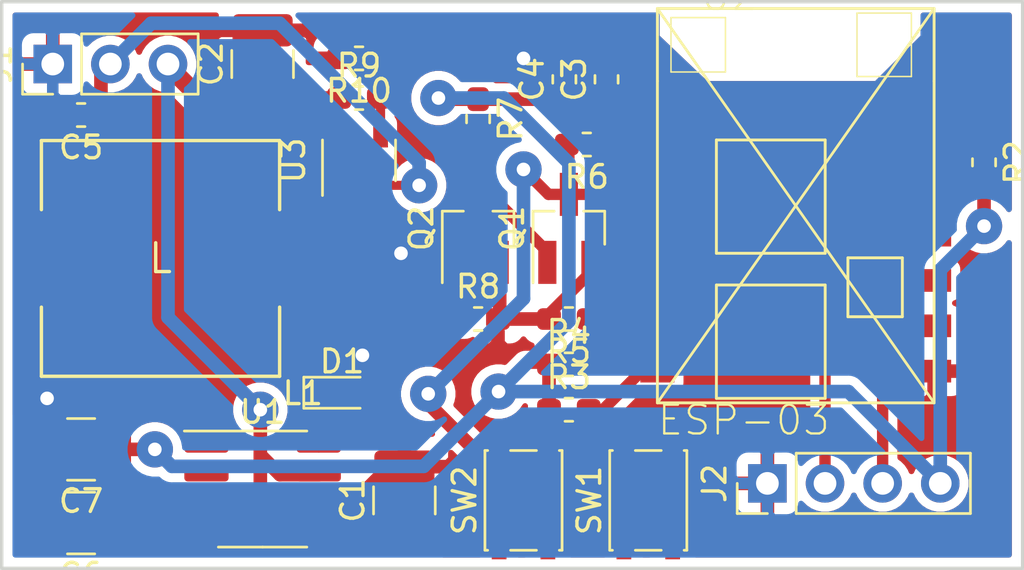
<source format=kicad_pcb>
(kicad_pcb (version 20171130) (host pcbnew "(5.1.6-0-10_14)")

  (general
    (thickness 1.6)
    (drawings 4)
    (tracks 142)
    (zones 0)
    (modules 27)
    (nets 24)
  )

  (page A4)
  (layers
    (0 F.Cu signal hide)
    (31 B.Cu signal hide)
    (32 B.Adhes user hide)
    (33 F.Adhes user hide)
    (34 B.Paste user hide)
    (35 F.Paste user hide)
    (36 B.SilkS user hide)
    (37 F.SilkS user hide)
    (38 B.Mask user hide)
    (39 F.Mask user hide)
    (40 Dwgs.User user hide)
    (41 Cmts.User user hide)
    (42 Eco1.User user hide)
    (43 Eco2.User user hide)
    (44 Edge.Cuts user)
    (45 Margin user hide)
    (46 B.CrtYd user hide)
    (47 F.CrtYd user hide)
    (48 B.Fab user hide)
    (49 F.Fab user)
  )

  (setup
    (last_trace_width 0.6)
    (user_trace_width 0.4)
    (trace_clearance 0.4)
    (zone_clearance 0.4)
    (zone_45_only no)
    (trace_min 0.2)
    (via_size 1.6)
    (via_drill 0.6)
    (via_min_size 0.4)
    (via_min_drill 0.3)
    (user_via 1.6 0.6)
    (uvia_size 0.3)
    (uvia_drill 0.1)
    (uvias_allowed no)
    (uvia_min_size 0.2)
    (uvia_min_drill 0.1)
    (edge_width 0.05)
    (segment_width 0.2)
    (pcb_text_width 0.3)
    (pcb_text_size 1.5 1.5)
    (mod_edge_width 0.12)
    (mod_text_size 1 1)
    (mod_text_width 0.15)
    (pad_size 1.524 1.524)
    (pad_drill 0.762)
    (pad_to_mask_clearance 0.05)
    (aux_axis_origin 127 66)
    (grid_origin 127 66)
    (visible_elements FFFFFF7F)
    (pcbplotparams
      (layerselection 0x01000_ffffffff)
      (usegerberextensions false)
      (usegerberattributes true)
      (usegerberadvancedattributes true)
      (creategerberjobfile false)
      (excludeedgelayer false)
      (linewidth 0.100000)
      (plotframeref false)
      (viasonmask false)
      (mode 1)
      (useauxorigin true)
      (hpglpennumber 1)
      (hpglpenspeed 20)
      (hpglpendiameter 15.000000)
      (psnegative false)
      (psa4output false)
      (plotreference false)
      (plotvalue false)
      (plotinvisibletext false)
      (padsonsilk true)
      (subtractmaskfromsilk false)
      (outputformat 1)
      (mirror false)
      (drillshape 0)
      (scaleselection 1)
      (outputdirectory "FAB/"))
  )

  (net 0 "")
  (net 1 GND)
  (net 2 VCC)
  (net 3 +3V3)
  (net 4 "Net-(Q1-Pad1)")
  (net 5 "Net-(Q2-Pad1)")
  (net 6 "Net-(U2-Pad7)")
  (net 7 "Net-(U2-Pad10)")
  (net 8 "Net-(U2-Pad9)")
  (net 9 "Net-(U2-Pad5)")
  (net 10 "Net-(U2-Pad2)")
  (net 11 /Rx)
  (net 12 /Tx)
  (net 13 /V+)
  (net 14 /GPIO0)
  (net 15 "Net-(D1-Pad1)")
  (net 16 /Signal)
  (net 17 /CH_PD)
  (net 18 /GPIO2)
  (net 19 /GPIO15)
  (net 20 "Net-(U1-Pad1)")
  (net 21 "Net-(U1-Pad2)")
  (net 22 "Net-(U1-Pad3)")
  (net 23 /V-)

  (net_class Default "This is the default net class."
    (clearance 0.4)
    (trace_width 0.6)
    (via_dia 1.6)
    (via_drill 0.6)
    (uvia_dia 0.3)
    (uvia_drill 0.1)
    (add_net +3V3)
    (add_net /CH_PD)
    (add_net /GPIO0)
    (add_net /GPIO15)
    (add_net /GPIO2)
    (add_net /Rx)
    (add_net /Signal)
    (add_net /Tx)
    (add_net /V+)
    (add_net /V-)
    (add_net GND)
    (add_net "Net-(D1-Pad1)")
    (add_net "Net-(Q1-Pad1)")
    (add_net "Net-(Q2-Pad1)")
    (add_net "Net-(U1-Pad1)")
    (add_net "Net-(U1-Pad2)")
    (add_net "Net-(U1-Pad3)")
    (add_net "Net-(U2-Pad10)")
    (add_net "Net-(U2-Pad2)")
    (add_net "Net-(U2-Pad5)")
    (add_net "Net-(U2-Pad7)")
    (add_net "Net-(U2-Pad9)")
    (add_net VCC)
  )

  (module Resistor_SMD:R_0603_1608Metric_Pad1.05x0.95mm_HandSolder (layer F.Cu) (tedit 5B301BBD) (tstamp 60FEB42B)
    (at 142.75 45.25)
    (descr "Resistor SMD 0603 (1608 Metric), square (rectangular) end terminal, IPC_7351 nominal with elongated pad for handsoldering. (Body size source: http://www.tortai-tech.com/upload/download/2011102023233369053.pdf), generated with kicad-footprint-generator")
    (tags "resistor handsolder")
    (path /5FFF6620)
    (attr smd)
    (fp_text reference R9 (at 0 -1.43) (layer F.SilkS)
      (effects (font (size 1 1) (thickness 0.15)))
    )
    (fp_text value 10k (at 2.25 0) (layer F.Fab)
      (effects (font (size 1 1) (thickness 0.15)))
    )
    (fp_line (start -0.8 0.4) (end -0.8 -0.4) (layer F.Fab) (width 0.1))
    (fp_line (start -0.8 -0.4) (end 0.8 -0.4) (layer F.Fab) (width 0.1))
    (fp_line (start 0.8 -0.4) (end 0.8 0.4) (layer F.Fab) (width 0.1))
    (fp_line (start 0.8 0.4) (end -0.8 0.4) (layer F.Fab) (width 0.1))
    (fp_line (start -0.171267 -0.51) (end 0.171267 -0.51) (layer F.SilkS) (width 0.12))
    (fp_line (start -0.171267 0.51) (end 0.171267 0.51) (layer F.SilkS) (width 0.12))
    (fp_line (start -1.65 0.73) (end -1.65 -0.73) (layer F.CrtYd) (width 0.05))
    (fp_line (start -1.65 -0.73) (end 1.65 -0.73) (layer F.CrtYd) (width 0.05))
    (fp_line (start 1.65 -0.73) (end 1.65 0.73) (layer F.CrtYd) (width 0.05))
    (fp_line (start 1.65 0.73) (end -1.65 0.73) (layer F.CrtYd) (width 0.05))
    (fp_text user %R (at 0 0) (layer F.Fab)
      (effects (font (size 0.4 0.4) (thickness 0.06)))
    )
    (pad 1 smd roundrect (at -0.875 0) (size 1.05 0.95) (layers F.Cu F.Paste F.Mask) (roundrect_rratio 0.25)
      (net 2 VCC))
    (pad 2 smd roundrect (at 0.875 0) (size 1.05 0.95) (layers F.Cu F.Paste F.Mask) (roundrect_rratio 0.25)
      (net 23 /V-))
    (model ${KISYS3DMOD}/Resistor_SMD.3dshapes/R_0603_1608Metric.wrl
      (at (xyz 0 0 0))
      (scale (xyz 1 1 1))
      (rotate (xyz 0 0 0))
    )
  )

  (module Resistor_SMD:R_0603_1608Metric (layer F.Cu) (tedit 5B301BBD) (tstamp 5FFC00B0)
    (at 170.3 48.0875 270)
    (descr "Resistor SMD 0603 (1608 Metric), square (rectangular) end terminal, IPC_7351 nominal, (Body size source: http://www.tortai-tech.com/upload/download/2011102023233369053.pdf), generated with kicad-footprint-generator")
    (tags resistor)
    (path /5FFC5A47)
    (attr smd)
    (fp_text reference R2 (at 0 -1.43 90) (layer F.SilkS)
      (effects (font (size 1 1) (thickness 0.15)))
    )
    (fp_text value 10k (at 3.0125 0 90) (layer F.Fab)
      (effects (font (size 1 1) (thickness 0.15)))
    )
    (fp_line (start -0.8 0.4) (end -0.8 -0.4) (layer F.Fab) (width 0.1))
    (fp_line (start -0.8 -0.4) (end 0.8 -0.4) (layer F.Fab) (width 0.1))
    (fp_line (start 0.8 -0.4) (end 0.8 0.4) (layer F.Fab) (width 0.1))
    (fp_line (start 0.8 0.4) (end -0.8 0.4) (layer F.Fab) (width 0.1))
    (fp_line (start -0.162779 -0.51) (end 0.162779 -0.51) (layer F.SilkS) (width 0.12))
    (fp_line (start -0.162779 0.51) (end 0.162779 0.51) (layer F.SilkS) (width 0.12))
    (fp_line (start -1.48 0.73) (end -1.48 -0.73) (layer F.CrtYd) (width 0.05))
    (fp_line (start -1.48 -0.73) (end 1.48 -0.73) (layer F.CrtYd) (width 0.05))
    (fp_line (start 1.48 -0.73) (end 1.48 0.73) (layer F.CrtYd) (width 0.05))
    (fp_line (start 1.48 0.73) (end -1.48 0.73) (layer F.CrtYd) (width 0.05))
    (fp_text user %R (at 0 0 90) (layer F.Fab)
      (effects (font (size 0.4 0.4) (thickness 0.06)))
    )
    (pad 2 smd roundrect (at 0.7875 0 270) (size 0.875 0.95) (layers F.Cu F.Paste F.Mask) (roundrect_rratio 0.25)
      (net 3 +3V3))
    (pad 1 smd roundrect (at -0.7875 0 270) (size 0.875 0.95) (layers F.Cu F.Paste F.Mask) (roundrect_rratio 0.25)
      (net 17 /CH_PD))
    (model ${KISYS3DMOD}/Resistor_SMD.3dshapes/R_0603_1608Metric.wrl
      (at (xyz 0 0 0))
      (scale (xyz 1 1 1))
      (rotate (xyz 0 0 0))
    )
  )

  (module ESP8266:ESP-03 (layer F.Cu) (tedit 5FFB8832) (tstamp 5FFC0185)
    (at 162 50)
    (descr "Module, ESP-8266, ESP-03, 14 pad, SMD")
    (tags "Module ESP-8266 ESP8266")
    (path /5FFC3F84)
    (attr smd)
    (fp_text reference U2 (at -2.92372 -9.26498) (layer F.SilkS)
      (effects (font (size 1.27 1.27) (thickness 0.1016)))
    )
    (fp_text value ESP-03 (at -2.28872 9.46498) (layer F.SilkS)
      (effects (font (size 1.27 1.27) (thickness 0.1016)))
    )
    (fp_line (start 6.09836 8.6979) (end -6.09872 -8.69856) (layer F.SilkS) (width 0.12))
    (fp_line (start 6.09836 -8.69856) (end -6.09872 8.6979) (layer F.SilkS) (width 0.12))
    (fp_line (start -5.49928 -5.89948) (end -3.09898 -5.89948) (layer F.SilkS) (width 0.06604))
    (fp_line (start -3.09898 -5.89948) (end -3.09898 -8.29978) (layer F.SilkS) (width 0.06604))
    (fp_line (start -5.49928 -8.29978) (end -3.09898 -8.29978) (layer F.SilkS) (width 0.06604))
    (fp_line (start -5.49928 -5.89948) (end -5.49928 -8.29978) (layer F.SilkS) (width 0.06604))
    (fp_line (start 2.69984 -5.69882) (end 5.0976 -5.69882) (layer F.SilkS) (width 0.06604))
    (fp_line (start 5.0976 -5.69882) (end 5.0976 -8.4979) (layer F.SilkS) (width 0.06604))
    (fp_line (start 2.69984 -8.4979) (end 5.0976 -8.4979) (layer F.SilkS) (width 0.06604))
    (fp_line (start 2.69984 -5.69882) (end 2.69984 -8.4979) (layer F.SilkS) (width 0.06604))
    (fp_line (start -6.09872 8.6979) (end 6.09836 8.6979) (layer F.SilkS) (width 0.127))
    (fp_line (start -6.09872 -8.69856) (end 6.09836 -8.69856) (layer F.SilkS) (width 0.127))
    (fp_line (start 6.09836 -8.69856) (end 6.09836 -5.49816) (layer F.SilkS) (width 0.127))
    (fp_line (start 6.09836 -5.49816) (end 6.09836 8.6979) (layer F.SilkS) (width 0.127))
    (fp_line (start -6.09872 -8.69856) (end -6.09872 -5.49816) (layer F.SilkS) (width 0.127))
    (fp_line (start -6.09872 -5.49816) (end -6.09872 8.6979) (layer F.SilkS) (width 0.127))
    (fp_line (start 1.29776 -2.89974) (end -3.49776 -2.89974) (layer F.SilkS) (width 0.127))
    (fp_line (start -3.49776 -2.89974) (end -3.49776 2.09898) (layer F.SilkS) (width 0.127))
    (fp_line (start -3.49776 2.09898) (end 1.29776 2.09898) (layer F.SilkS) (width 0.127))
    (fp_line (start 1.29776 2.09898) (end 1.29776 -2.89974) (layer F.SilkS) (width 0.127))
    (fp_line (start 4.69882 2.29964) (end 2.29852 2.29964) (layer F.SilkS) (width 0.127))
    (fp_line (start 2.29852 2.29964) (end 2.29852 4.89806) (layer F.SilkS) (width 0.127))
    (fp_line (start 2.29852 4.89806) (end 4.69882 4.89806) (layer F.SilkS) (width 0.127))
    (fp_line (start 4.69882 4.89806) (end 4.69882 2.29964) (layer F.SilkS) (width 0.127))
    (fp_line (start 1.29776 3.49852) (end -3.49776 3.49852) (layer F.SilkS) (width 0.127))
    (fp_line (start -3.49776 3.49852) (end -3.49776 8.49978) (layer F.SilkS) (width 0.127))
    (fp_line (start -3.49776 8.49978) (end 1.29776 8.49978) (layer F.SilkS) (width 0.127))
    (fp_line (start 1.29776 8.49978) (end 1.29776 3.49852) (layer F.SilkS) (width 0.127))
    (pad 7 smd rect (at 6.1 -4.69806) (size 1.5 1) (layers F.Cu F.Paste F.Mask)
      (net 6 "Net-(U2-Pad7)"))
    (pad 6 smd rect (at 6.1 -2.69908) (size 1.5 1) (layers F.Cu F.Paste F.Mask)
      (net 17 /CH_PD))
    (pad 1 smd rect (at 6.1 7.29836) (size 1.5 1) (layers F.Cu F.Paste F.Mask)
      (net 1 GND))
    (pad 14 smd rect (at -6.1 7.29836) (size 1.5 1) (layers F.Cu F.Paste F.Mask)
      (net 14 /GPIO0))
    (pad 13 smd rect (at -6.1 5.29938) (size 1.5 1) (layers F.Cu F.Paste F.Mask)
      (net 18 /GPIO2))
    (pad 10 smd rect (at -6.1 -0.69756) (size 1.5 1) (layers F.Cu F.Paste F.Mask)
      (net 7 "Net-(U2-Pad10)"))
    (pad 11 smd rect (at -6.1 1.29888) (size 1.5 1) (layers F.Cu F.Paste F.Mask)
      (net 16 /Signal))
    (pad 9 smd rect (at -6.1 -2.69908) (size 1.5 1) (layers F.Cu F.Paste F.Mask)
      (net 8 "Net-(U2-Pad9)"))
    (pad 12 smd rect (at -6.1 3.29786) (size 1.5 1) (layers F.Cu F.Paste F.Mask)
      (net 19 /GPIO15))
    (pad 5 smd rect (at 6.1 -0.69756) (size 1.5 1) (layers F.Cu F.Paste F.Mask)
      (net 9 "Net-(U2-Pad5)"))
    (pad 2 smd rect (at 6.1 5.29938) (size 1.5 1) (layers F.Cu F.Paste F.Mask)
      (net 10 "Net-(U2-Pad2)"))
    (pad 4 smd rect (at 6.1 1.29888) (size 1.5 1) (layers F.Cu F.Paste F.Mask)
      (net 11 /Rx))
    (pad 3 smd rect (at 6.1 3.29786) (size 1.5 1) (layers F.Cu F.Paste F.Mask)
      (net 12 /Tx))
    (pad 8 smd rect (at -6.1 -4.69806) (size 1.5 1) (layers F.Cu F.Paste F.Mask)
      (net 3 +3V3))
    (model ${KIPRJMOD}/lib/3DModel/esp-03/User_Library_ESP_03_cp.wrl
      (at (xyz 0 0 0))
      (scale (xyz 1 1 1))
      (rotate (xyz 0 0 0))
    )
  )

  (module Button_Switch_SMD:SW_SPST_PTS810 (layer F.Cu) (tedit 5FFA50B3) (tstamp 6110FF54)
    (at 155.5 63 90)
    (descr "C&K Components, PTS 810 Series, Microminiature SMT Top Actuated, http://www.ckswitches.com/media/1476/pts810.pdf")
    (tags "SPST Button Switch")
    (path /6104A343)
    (attr smd)
    (fp_text reference SW1 (at 0 -2.6 90) (layer F.SilkS)
      (effects (font (size 1 1) (thickness 0.15)))
    )
    (fp_text value SW_Push (at 0 2.6 90) (layer F.Fab)
      (effects (font (size 1 1) (thickness 0.15)))
    )
    (fp_line (start -2.85 -1.85) (end 2.85 -1.85) (layer F.CrtYd) (width 0.05))
    (fp_line (start -2.85 1.85) (end -2.85 -1.85) (layer F.CrtYd) (width 0.05))
    (fp_line (start 2.85 1.85) (end -2.85 1.85) (layer F.CrtYd) (width 0.05))
    (fp_line (start 2.85 -1.85) (end 2.85 1.85) (layer F.CrtYd) (width 0.05))
    (fp_line (start 2.2 -1.58) (end 2.2 -1.7) (layer F.SilkS) (width 0.12))
    (fp_line (start 2.2 0.57) (end 2.2 -0.57) (layer F.SilkS) (width 0.12))
    (fp_line (start 2.2 1.7) (end 2.2 1.58) (layer F.SilkS) (width 0.12))
    (fp_line (start -2.2 1.7) (end 2.2 1.7) (layer F.SilkS) (width 0.12))
    (fp_line (start -2.2 1.58) (end -2.2 1.7) (layer F.SilkS) (width 0.12))
    (fp_line (start -2.2 -0.57) (end -2.2 0.57) (layer F.SilkS) (width 0.12))
    (fp_line (start -2.2 -1.7) (end -2.2 -1.58) (layer F.SilkS) (width 0.12))
    (fp_line (start 2.2 -1.7) (end -2.2 -1.7) (layer F.SilkS) (width 0.12))
    (fp_line (start 0.4 1.1) (end -0.4 1.1) (layer F.Fab) (width 0.1))
    (fp_line (start -0.4 -1.1) (end 0.4 -1.1) (layer F.Fab) (width 0.1))
    (fp_line (start -2.1 1.6) (end 2.1 1.6) (layer F.Fab) (width 0.1))
    (fp_line (start -2.1 -1.6) (end -2.1 1.6) (layer F.Fab) (width 0.1))
    (fp_line (start 2.1 -1.6) (end -2.1 -1.6) (layer F.Fab) (width 0.1))
    (fp_line (start 2.1 1.6) (end 2.1 -1.6) (layer F.Fab) (width 0.1))
    (fp_text user %R (at 0 0 90) (layer F.Fab)
      (effects (font (size 0.6 0.6) (thickness 0.09)))
    )
    (fp_arc (start -0.4 0) (end -0.4 1.1) (angle 180) (layer F.Fab) (width 0.1))
    (fp_arc (start 0.4 0) (end 0.4 -1.1) (angle 180) (layer F.Fab) (width 0.1))
    (pad 1 smd rect (at -2.075 -1.075 90) (size 1.05 0.65) (layers F.Cu F.Paste F.Mask)
      (net 14 /GPIO0))
    (pad 1 smd rect (at 2.075 -1.075 90) (size 1.05 0.65) (layers F.Cu F.Paste F.Mask)
      (net 14 /GPIO0))
    (pad 2 smd rect (at -2.075 1.075 90) (size 1.05 0.65) (layers F.Cu F.Paste F.Mask)
      (net 1 GND))
    (pad 2 smd rect (at 2.075 1.075 90) (size 1.05 0.65) (layers F.Cu F.Paste F.Mask)
      (net 1 GND))
    (model ${DVB_3D}/DVB_Buttons.3dshapes/PTS810.wrl
      (at (xyz 0 0 0))
      (scale (xyz 1 1 1))
      (rotate (xyz 0 0 0))
    )
  )

  (module Capacitor_SMD:C_0603_1608Metric_Pad1.05x0.95mm_HandSolder (layer F.Cu) (tedit 5B301BBE) (tstamp 60FEA083)
    (at 151.8 44.425 90)
    (descr "Capacitor SMD 0603 (1608 Metric), square (rectangular) end terminal, IPC_7351 nominal with elongated pad for handsoldering. (Body size source: http://www.tortai-tech.com/upload/download/2011102023233369053.pdf), generated with kicad-footprint-generator")
    (tags "capacitor handsolder")
    (path /5FFE32A9)
    (attr smd)
    (fp_text reference C4 (at 0 -1.43 90) (layer F.SilkS)
      (effects (font (size 1 1) (thickness 0.15)))
    )
    (fp_text value 1u (at -0.0125 -1.3 90) (layer F.Fab)
      (effects (font (size 1 1) (thickness 0.15)))
    )
    (fp_line (start -0.8 0.4) (end -0.8 -0.4) (layer F.Fab) (width 0.1))
    (fp_line (start -0.8 -0.4) (end 0.8 -0.4) (layer F.Fab) (width 0.1))
    (fp_line (start 0.8 -0.4) (end 0.8 0.4) (layer F.Fab) (width 0.1))
    (fp_line (start 0.8 0.4) (end -0.8 0.4) (layer F.Fab) (width 0.1))
    (fp_line (start -0.171267 -0.51) (end 0.171267 -0.51) (layer F.SilkS) (width 0.12))
    (fp_line (start -0.171267 0.51) (end 0.171267 0.51) (layer F.SilkS) (width 0.12))
    (fp_line (start -1.65 0.73) (end -1.65 -0.73) (layer F.CrtYd) (width 0.05))
    (fp_line (start -1.65 -0.73) (end 1.65 -0.73) (layer F.CrtYd) (width 0.05))
    (fp_line (start 1.65 -0.73) (end 1.65 0.73) (layer F.CrtYd) (width 0.05))
    (fp_line (start 1.65 0.73) (end -1.65 0.73) (layer F.CrtYd) (width 0.05))
    (fp_text user %R (at 0 0 90) (layer F.Fab)
      (effects (font (size 0.4 0.4) (thickness 0.06)))
    )
    (pad 1 smd roundrect (at -0.875 0 90) (size 1.05 0.95) (layers F.Cu F.Paste F.Mask) (roundrect_rratio 0.25)
      (net 3 +3V3))
    (pad 2 smd roundrect (at 0.875 0 90) (size 1.05 0.95) (layers F.Cu F.Paste F.Mask) (roundrect_rratio 0.25)
      (net 1 GND))
    (model ${KISYS3DMOD}/Capacitor_SMD.3dshapes/C_0603_1608Metric.wrl
      (at (xyz 0 0 0))
      (scale (xyz 1 1 1))
      (rotate (xyz 0 0 0))
    )
  )

  (module Package_TO_SOT_SMD:SOT-23_Handsoldering (layer F.Cu) (tedit 5A0AB76C) (tstamp 60FEA0BB)
    (at 152 51 90)
    (descr "SOT-23, Handsoldering")
    (tags SOT-23)
    (path /5FFCCBFF)
    (attr smd)
    (fp_text reference Q1 (at 0 -2.5 90) (layer F.SilkS)
      (effects (font (size 1 1) (thickness 0.15)))
    )
    (fp_text value NMOS (at -1.5 0 180) (layer F.Fab)
      (effects (font (size 1 1) (thickness 0.15)))
    )
    (fp_line (start 0.76 1.58) (end 0.76 0.65) (layer F.SilkS) (width 0.12))
    (fp_line (start 0.76 -1.58) (end 0.76 -0.65) (layer F.SilkS) (width 0.12))
    (fp_line (start -2.7 -1.75) (end 2.7 -1.75) (layer F.CrtYd) (width 0.05))
    (fp_line (start 2.7 -1.75) (end 2.7 1.75) (layer F.CrtYd) (width 0.05))
    (fp_line (start 2.7 1.75) (end -2.7 1.75) (layer F.CrtYd) (width 0.05))
    (fp_line (start -2.7 1.75) (end -2.7 -1.75) (layer F.CrtYd) (width 0.05))
    (fp_line (start 0.76 -1.58) (end -2.4 -1.58) (layer F.SilkS) (width 0.12))
    (fp_line (start -0.7 -0.95) (end -0.7 1.5) (layer F.Fab) (width 0.1))
    (fp_line (start -0.15 -1.52) (end 0.7 -1.52) (layer F.Fab) (width 0.1))
    (fp_line (start -0.7 -0.95) (end -0.15 -1.52) (layer F.Fab) (width 0.1))
    (fp_line (start 0.7 -1.52) (end 0.7 1.52) (layer F.Fab) (width 0.1))
    (fp_line (start -0.7 1.52) (end 0.7 1.52) (layer F.Fab) (width 0.1))
    (fp_line (start 0.76 1.58) (end -0.7 1.58) (layer F.SilkS) (width 0.12))
    (fp_text user %R (at 0 0) (layer F.Fab)
      (effects (font (size 0.5 0.5) (thickness 0.075)))
    )
    (pad 1 smd rect (at -1.5 -0.95 90) (size 1.9 0.8) (layers F.Cu F.Paste F.Mask)
      (net 4 "Net-(Q1-Pad1)"))
    (pad 2 smd rect (at -1.5 0.95 90) (size 1.9 0.8) (layers F.Cu F.Paste F.Mask)
      (net 1 GND))
    (pad 3 smd rect (at 1.5 0 90) (size 1.9 0.8) (layers F.Cu F.Paste F.Mask)
      (net 16 /Signal))
    (model ${KISYS3DMOD}/Package_TO_SOT_SMD.3dshapes/SOT-23.wrl
      (at (xyz 0 0 0))
      (scale (xyz 1 1 1))
      (rotate (xyz 0 0 0))
    )
  )

  (module Package_TO_SOT_SMD:SOT-23_Handsoldering (layer F.Cu) (tedit 5A0AB76C) (tstamp 60FEA0CF)
    (at 148 51 90)
    (descr "SOT-23, Handsoldering")
    (tags SOT-23)
    (path /5FFD224B)
    (attr smd)
    (fp_text reference Q2 (at 0 -2.5 90) (layer F.SilkS)
      (effects (font (size 1 1) (thickness 0.15)))
    )
    (fp_text value NMOS (at -1.5 0 180) (layer F.Fab)
      (effects (font (size 1 1) (thickness 0.15)))
    )
    (fp_line (start 0.76 1.58) (end -0.7 1.58) (layer F.SilkS) (width 0.12))
    (fp_line (start -0.7 1.52) (end 0.7 1.52) (layer F.Fab) (width 0.1))
    (fp_line (start 0.7 -1.52) (end 0.7 1.52) (layer F.Fab) (width 0.1))
    (fp_line (start -0.7 -0.95) (end -0.15 -1.52) (layer F.Fab) (width 0.1))
    (fp_line (start -0.15 -1.52) (end 0.7 -1.52) (layer F.Fab) (width 0.1))
    (fp_line (start -0.7 -0.95) (end -0.7 1.5) (layer F.Fab) (width 0.1))
    (fp_line (start 0.76 -1.58) (end -2.4 -1.58) (layer F.SilkS) (width 0.12))
    (fp_line (start -2.7 1.75) (end -2.7 -1.75) (layer F.CrtYd) (width 0.05))
    (fp_line (start 2.7 1.75) (end -2.7 1.75) (layer F.CrtYd) (width 0.05))
    (fp_line (start 2.7 -1.75) (end 2.7 1.75) (layer F.CrtYd) (width 0.05))
    (fp_line (start -2.7 -1.75) (end 2.7 -1.75) (layer F.CrtYd) (width 0.05))
    (fp_line (start 0.76 -1.58) (end 0.76 -0.65) (layer F.SilkS) (width 0.12))
    (fp_line (start 0.76 1.58) (end 0.76 0.65) (layer F.SilkS) (width 0.12))
    (fp_text user %R (at 0 0) (layer F.Fab)
      (effects (font (size 0.5 0.5) (thickness 0.075)))
    )
    (pad 3 smd rect (at 1.5 0 90) (size 1.9 0.8) (layers F.Cu F.Paste F.Mask)
      (net 4 "Net-(Q1-Pad1)"))
    (pad 2 smd rect (at -1.5 0.95 90) (size 1.9 0.8) (layers F.Cu F.Paste F.Mask)
      (net 1 GND))
    (pad 1 smd rect (at -1.5 -0.95 90) (size 1.9 0.8) (layers F.Cu F.Paste F.Mask)
      (net 5 "Net-(Q2-Pad1)"))
    (model ${KISYS3DMOD}/Package_TO_SOT_SMD.3dshapes/SOT-23.wrl
      (at (xyz 0 0 0))
      (scale (xyz 1 1 1))
      (rotate (xyz 0 0 0))
    )
  )

  (module Resistor_SMD:R_0603_1608Metric_Pad1.05x0.95mm_HandSolder (layer F.Cu) (tedit 5B301BBD) (tstamp 60FEA0E3)
    (at 152 59)
    (descr "Resistor SMD 0603 (1608 Metric), square (rectangular) end terminal, IPC_7351 nominal with elongated pad for handsoldering. (Body size source: http://www.tortai-tech.com/upload/download/2011102023233369053.pdf), generated with kicad-footprint-generator")
    (tags "resistor handsolder")
    (path /5FFC4DDA)
    (attr smd)
    (fp_text reference R3 (at 0 -1.43) (layer F.SilkS)
      (effects (font (size 1 1) (thickness 0.15)))
    )
    (fp_text value 10k (at 2.75 0) (layer F.Fab)
      (effects (font (size 1 1) (thickness 0.15)))
    )
    (fp_line (start -0.8 0.4) (end -0.8 -0.4) (layer F.Fab) (width 0.1))
    (fp_line (start -0.8 -0.4) (end 0.8 -0.4) (layer F.Fab) (width 0.1))
    (fp_line (start 0.8 -0.4) (end 0.8 0.4) (layer F.Fab) (width 0.1))
    (fp_line (start 0.8 0.4) (end -0.8 0.4) (layer F.Fab) (width 0.1))
    (fp_line (start -0.171267 -0.51) (end 0.171267 -0.51) (layer F.SilkS) (width 0.12))
    (fp_line (start -0.171267 0.51) (end 0.171267 0.51) (layer F.SilkS) (width 0.12))
    (fp_line (start -1.65 0.73) (end -1.65 -0.73) (layer F.CrtYd) (width 0.05))
    (fp_line (start -1.65 -0.73) (end 1.65 -0.73) (layer F.CrtYd) (width 0.05))
    (fp_line (start 1.65 -0.73) (end 1.65 0.73) (layer F.CrtYd) (width 0.05))
    (fp_line (start 1.65 0.73) (end -1.65 0.73) (layer F.CrtYd) (width 0.05))
    (fp_text user %R (at 0 0) (layer F.Fab)
      (effects (font (size 0.4 0.4) (thickness 0.06)))
    )
    (pad 1 smd roundrect (at -0.875 0) (size 1.05 0.95) (layers F.Cu F.Paste F.Mask) (roundrect_rratio 0.25)
      (net 3 +3V3))
    (pad 2 smd roundrect (at 0.875 0) (size 1.05 0.95) (layers F.Cu F.Paste F.Mask) (roundrect_rratio 0.25)
      (net 14 /GPIO0))
    (model ${KISYS3DMOD}/Resistor_SMD.3dshapes/R_0603_1608Metric.wrl
      (at (xyz 0 0 0))
      (scale (xyz 1 1 1))
      (rotate (xyz 0 0 0))
    )
  )

  (module Resistor_SMD:R_0603_1608Metric_Pad1.05x0.95mm_HandSolder (layer F.Cu) (tedit 5B301BBD) (tstamp 611102E5)
    (at 152 57)
    (descr "Resistor SMD 0603 (1608 Metric), square (rectangular) end terminal, IPC_7351 nominal with elongated pad for handsoldering. (Body size source: http://www.tortai-tech.com/upload/download/2011102023233369053.pdf), generated with kicad-footprint-generator")
    (tags "resistor handsolder")
    (path /5FFC51C7)
    (attr smd)
    (fp_text reference R4 (at 0 -1.43) (layer F.SilkS)
      (effects (font (size 1 1) (thickness 0.15)))
    )
    (fp_text value 10k (at 2.75 0) (layer F.Fab)
      (effects (font (size 1 1) (thickness 0.15)))
    )
    (fp_line (start 1.65 0.73) (end -1.65 0.73) (layer F.CrtYd) (width 0.05))
    (fp_line (start 1.65 -0.73) (end 1.65 0.73) (layer F.CrtYd) (width 0.05))
    (fp_line (start -1.65 -0.73) (end 1.65 -0.73) (layer F.CrtYd) (width 0.05))
    (fp_line (start -1.65 0.73) (end -1.65 -0.73) (layer F.CrtYd) (width 0.05))
    (fp_line (start -0.171267 0.51) (end 0.171267 0.51) (layer F.SilkS) (width 0.12))
    (fp_line (start -0.171267 -0.51) (end 0.171267 -0.51) (layer F.SilkS) (width 0.12))
    (fp_line (start 0.8 0.4) (end -0.8 0.4) (layer F.Fab) (width 0.1))
    (fp_line (start 0.8 -0.4) (end 0.8 0.4) (layer F.Fab) (width 0.1))
    (fp_line (start -0.8 -0.4) (end 0.8 -0.4) (layer F.Fab) (width 0.1))
    (fp_line (start -0.8 0.4) (end -0.8 -0.4) (layer F.Fab) (width 0.1))
    (fp_text user %R (at 0 0) (layer F.Fab)
      (effects (font (size 0.4 0.4) (thickness 0.06)))
    )
    (pad 2 smd roundrect (at 0.875 0) (size 1.05 0.95) (layers F.Cu F.Paste F.Mask) (roundrect_rratio 0.25)
      (net 18 /GPIO2))
    (pad 1 smd roundrect (at -0.875 0) (size 1.05 0.95) (layers F.Cu F.Paste F.Mask) (roundrect_rratio 0.25)
      (net 3 +3V3))
    (model ${KISYS3DMOD}/Resistor_SMD.3dshapes/R_0603_1608Metric.wrl
      (at (xyz 0 0 0))
      (scale (xyz 1 1 1))
      (rotate (xyz 0 0 0))
    )
  )

  (module Resistor_SMD:R_0603_1608Metric_Pad1.05x0.95mm_HandSolder (layer F.Cu) (tedit 5B301BBD) (tstamp 60FEA103)
    (at 152 55 180)
    (descr "Resistor SMD 0603 (1608 Metric), square (rectangular) end terminal, IPC_7351 nominal with elongated pad for handsoldering. (Body size source: http://www.tortai-tech.com/upload/download/2011102023233369053.pdf), generated with kicad-footprint-generator")
    (tags "resistor handsolder")
    (path /5FFC94A0)
    (attr smd)
    (fp_text reference R5 (at 0 -1.43) (layer F.SilkS)
      (effects (font (size 1 1) (thickness 0.15)))
    )
    (fp_text value 10k (at -2.75 0) (layer F.Fab)
      (effects (font (size 1 1) (thickness 0.15)))
    )
    (fp_line (start 1.65 0.73) (end -1.65 0.73) (layer F.CrtYd) (width 0.05))
    (fp_line (start 1.65 -0.73) (end 1.65 0.73) (layer F.CrtYd) (width 0.05))
    (fp_line (start -1.65 -0.73) (end 1.65 -0.73) (layer F.CrtYd) (width 0.05))
    (fp_line (start -1.65 0.73) (end -1.65 -0.73) (layer F.CrtYd) (width 0.05))
    (fp_line (start -0.171267 0.51) (end 0.171267 0.51) (layer F.SilkS) (width 0.12))
    (fp_line (start -0.171267 -0.51) (end 0.171267 -0.51) (layer F.SilkS) (width 0.12))
    (fp_line (start 0.8 0.4) (end -0.8 0.4) (layer F.Fab) (width 0.1))
    (fp_line (start 0.8 -0.4) (end 0.8 0.4) (layer F.Fab) (width 0.1))
    (fp_line (start -0.8 -0.4) (end 0.8 -0.4) (layer F.Fab) (width 0.1))
    (fp_line (start -0.8 0.4) (end -0.8 -0.4) (layer F.Fab) (width 0.1))
    (fp_text user %R (at 0 0) (layer F.Fab)
      (effects (font (size 0.4 0.4) (thickness 0.06)))
    )
    (pad 2 smd roundrect (at 0.875 0 180) (size 1.05 0.95) (layers F.Cu F.Paste F.Mask) (roundrect_rratio 0.25)
      (net 1 GND))
    (pad 1 smd roundrect (at -0.875 0 180) (size 1.05 0.95) (layers F.Cu F.Paste F.Mask) (roundrect_rratio 0.25)
      (net 19 /GPIO15))
    (model ${KISYS3DMOD}/Resistor_SMD.3dshapes/R_0603_1608Metric.wrl
      (at (xyz 0 0 0))
      (scale (xyz 1 1 1))
      (rotate (xyz 0 0 0))
    )
  )

  (module Resistor_SMD:R_0603_1608Metric_Pad1.05x0.95mm_HandSolder (layer F.Cu) (tedit 5B301BBD) (tstamp 60FEA113)
    (at 152.7875 47.3 180)
    (descr "Resistor SMD 0603 (1608 Metric), square (rectangular) end terminal, IPC_7351 nominal with elongated pad for handsoldering. (Body size source: http://www.tortai-tech.com/upload/download/2011102023233369053.pdf), generated with kicad-footprint-generator")
    (tags "resistor handsolder")
    (path /5FFC7BC0)
    (attr smd)
    (fp_text reference R6 (at 0 -1.43) (layer F.SilkS)
      (effects (font (size 1 1) (thickness 0.15)))
    )
    (fp_text value 10k (at 0.0375 -1.45 180) (layer F.Fab)
      (effects (font (size 1 1) (thickness 0.15)))
    )
    (fp_line (start -0.8 0.4) (end -0.8 -0.4) (layer F.Fab) (width 0.1))
    (fp_line (start -0.8 -0.4) (end 0.8 -0.4) (layer F.Fab) (width 0.1))
    (fp_line (start 0.8 -0.4) (end 0.8 0.4) (layer F.Fab) (width 0.1))
    (fp_line (start 0.8 0.4) (end -0.8 0.4) (layer F.Fab) (width 0.1))
    (fp_line (start -0.171267 -0.51) (end 0.171267 -0.51) (layer F.SilkS) (width 0.12))
    (fp_line (start -0.171267 0.51) (end 0.171267 0.51) (layer F.SilkS) (width 0.12))
    (fp_line (start -1.65 0.73) (end -1.65 -0.73) (layer F.CrtYd) (width 0.05))
    (fp_line (start -1.65 -0.73) (end 1.65 -0.73) (layer F.CrtYd) (width 0.05))
    (fp_line (start 1.65 -0.73) (end 1.65 0.73) (layer F.CrtYd) (width 0.05))
    (fp_line (start 1.65 0.73) (end -1.65 0.73) (layer F.CrtYd) (width 0.05))
    (fp_text user %R (at 0 0) (layer F.Fab)
      (effects (font (size 0.4 0.4) (thickness 0.06)))
    )
    (pad 1 smd roundrect (at -0.875 0 180) (size 1.05 0.95) (layers F.Cu F.Paste F.Mask) (roundrect_rratio 0.25)
      (net 3 +3V3))
    (pad 2 smd roundrect (at 0.875 0 180) (size 1.05 0.95) (layers F.Cu F.Paste F.Mask) (roundrect_rratio 0.25)
      (net 16 /Signal))
    (model ${KISYS3DMOD}/Resistor_SMD.3dshapes/R_0603_1608Metric.wrl
      (at (xyz 0 0 0))
      (scale (xyz 1 1 1))
      (rotate (xyz 0 0 0))
    )
  )

  (module Resistor_SMD:R_0603_1608Metric_Pad1.05x0.95mm_HandSolder (layer F.Cu) (tedit 5B301BBD) (tstamp 60FEA123)
    (at 148 46.175 270)
    (descr "Resistor SMD 0603 (1608 Metric), square (rectangular) end terminal, IPC_7351 nominal with elongated pad for handsoldering. (Body size source: http://www.tortai-tech.com/upload/download/2011102023233369053.pdf), generated with kicad-footprint-generator")
    (tags "resistor handsolder")
    (path /5FFD703D)
    (attr smd)
    (fp_text reference R7 (at 0 -1.43 90) (layer F.SilkS)
      (effects (font (size 1 1) (thickness 0.15)))
    )
    (fp_text value 10k (at -2.425 0 90) (layer F.Fab)
      (effects (font (size 1 1) (thickness 0.15)))
    )
    (fp_line (start -0.8 0.4) (end -0.8 -0.4) (layer F.Fab) (width 0.1))
    (fp_line (start -0.8 -0.4) (end 0.8 -0.4) (layer F.Fab) (width 0.1))
    (fp_line (start 0.8 -0.4) (end 0.8 0.4) (layer F.Fab) (width 0.1))
    (fp_line (start 0.8 0.4) (end -0.8 0.4) (layer F.Fab) (width 0.1))
    (fp_line (start -0.171267 -0.51) (end 0.171267 -0.51) (layer F.SilkS) (width 0.12))
    (fp_line (start -0.171267 0.51) (end 0.171267 0.51) (layer F.SilkS) (width 0.12))
    (fp_line (start -1.65 0.73) (end -1.65 -0.73) (layer F.CrtYd) (width 0.05))
    (fp_line (start -1.65 -0.73) (end 1.65 -0.73) (layer F.CrtYd) (width 0.05))
    (fp_line (start 1.65 -0.73) (end 1.65 0.73) (layer F.CrtYd) (width 0.05))
    (fp_line (start 1.65 0.73) (end -1.65 0.73) (layer F.CrtYd) (width 0.05))
    (fp_text user %R (at 0 0 90) (layer F.Fab)
      (effects (font (size 0.4 0.4) (thickness 0.06)))
    )
    (pad 1 smd roundrect (at -0.875 0 270) (size 1.05 0.95) (layers F.Cu F.Paste F.Mask) (roundrect_rratio 0.25)
      (net 3 +3V3))
    (pad 2 smd roundrect (at 0.875 0 270) (size 1.05 0.95) (layers F.Cu F.Paste F.Mask) (roundrect_rratio 0.25)
      (net 4 "Net-(Q1-Pad1)"))
    (model ${KISYS3DMOD}/Resistor_SMD.3dshapes/R_0603_1608Metric.wrl
      (at (xyz 0 0 0))
      (scale (xyz 1 1 1))
      (rotate (xyz 0 0 0))
    )
  )

  (module Resistor_SMD:R_0603_1608Metric_Pad1.05x0.95mm_HandSolder (layer F.Cu) (tedit 5B301BBD) (tstamp 60FEA133)
    (at 148 55)
    (descr "Resistor SMD 0603 (1608 Metric), square (rectangular) end terminal, IPC_7351 nominal with elongated pad for handsoldering. (Body size source: http://www.tortai-tech.com/upload/download/2011102023233369053.pdf), generated with kicad-footprint-generator")
    (tags "resistor handsolder")
    (path /5FFD92A6)
    (attr smd)
    (fp_text reference R8 (at 0 -1.43) (layer F.SilkS)
      (effects (font (size 1 1) (thickness 0.15)))
    )
    (fp_text value 10k (at -2.25 0) (layer F.Fab)
      (effects (font (size 1 1) (thickness 0.15)))
    )
    (fp_line (start 1.65 0.73) (end -1.65 0.73) (layer F.CrtYd) (width 0.05))
    (fp_line (start 1.65 -0.73) (end 1.65 0.73) (layer F.CrtYd) (width 0.05))
    (fp_line (start -1.65 -0.73) (end 1.65 -0.73) (layer F.CrtYd) (width 0.05))
    (fp_line (start -1.65 0.73) (end -1.65 -0.73) (layer F.CrtYd) (width 0.05))
    (fp_line (start -0.171267 0.51) (end 0.171267 0.51) (layer F.SilkS) (width 0.12))
    (fp_line (start -0.171267 -0.51) (end 0.171267 -0.51) (layer F.SilkS) (width 0.12))
    (fp_line (start 0.8 0.4) (end -0.8 0.4) (layer F.Fab) (width 0.1))
    (fp_line (start 0.8 -0.4) (end 0.8 0.4) (layer F.Fab) (width 0.1))
    (fp_line (start -0.8 -0.4) (end 0.8 -0.4) (layer F.Fab) (width 0.1))
    (fp_line (start -0.8 0.4) (end -0.8 -0.4) (layer F.Fab) (width 0.1))
    (fp_text user %R (at 0 0) (layer F.Fab)
      (effects (font (size 0.4 0.4) (thickness 0.06)))
    )
    (pad 2 smd roundrect (at 0.875 0) (size 1.05 0.95) (layers F.Cu F.Paste F.Mask) (roundrect_rratio 0.25)
      (net 1 GND))
    (pad 1 smd roundrect (at -0.875 0) (size 1.05 0.95) (layers F.Cu F.Paste F.Mask) (roundrect_rratio 0.25)
      (net 5 "Net-(Q2-Pad1)"))
    (model ${KISYS3DMOD}/Resistor_SMD.3dshapes/R_0603_1608Metric.wrl
      (at (xyz 0 0 0))
      (scale (xyz 1 1 1))
      (rotate (xyz 0 0 0))
    )
  )

  (module Resistor_SMD:R_0603_1608Metric_Pad1.05x0.95mm_HandSolder (layer F.Cu) (tedit 5B301BBD) (tstamp 610F0EB1)
    (at 142.75 43.5 180)
    (descr "Resistor SMD 0603 (1608 Metric), square (rectangular) end terminal, IPC_7351 nominal with elongated pad for handsoldering. (Body size source: http://www.tortai-tech.com/upload/download/2011102023233369053.pdf), generated with kicad-footprint-generator")
    (tags "resistor handsolder")
    (path /5FFF7178)
    (attr smd)
    (fp_text reference R10 (at 0 -1.43) (layer F.SilkS)
      (effects (font (size 1 1) (thickness 0.15)))
    )
    (fp_text value 33k (at -2.25 0) (layer F.Fab)
      (effects (font (size 1 1) (thickness 0.15)))
    )
    (fp_line (start 1.65 0.73) (end -1.65 0.73) (layer F.CrtYd) (width 0.05))
    (fp_line (start 1.65 -0.73) (end 1.65 0.73) (layer F.CrtYd) (width 0.05))
    (fp_line (start -1.65 -0.73) (end 1.65 -0.73) (layer F.CrtYd) (width 0.05))
    (fp_line (start -1.65 0.73) (end -1.65 -0.73) (layer F.CrtYd) (width 0.05))
    (fp_line (start -0.171267 0.51) (end 0.171267 0.51) (layer F.SilkS) (width 0.12))
    (fp_line (start -0.171267 -0.51) (end 0.171267 -0.51) (layer F.SilkS) (width 0.12))
    (fp_line (start 0.8 0.4) (end -0.8 0.4) (layer F.Fab) (width 0.1))
    (fp_line (start 0.8 -0.4) (end 0.8 0.4) (layer F.Fab) (width 0.1))
    (fp_line (start -0.8 -0.4) (end 0.8 -0.4) (layer F.Fab) (width 0.1))
    (fp_line (start -0.8 0.4) (end -0.8 -0.4) (layer F.Fab) (width 0.1))
    (fp_text user %R (at 0 0) (layer F.Fab)
      (effects (font (size 0.4 0.4) (thickness 0.06)))
    )
    (pad 2 smd roundrect (at 0.875 0 180) (size 1.05 0.95) (layers F.Cu F.Paste F.Mask) (roundrect_rratio 0.25)
      (net 1 GND))
    (pad 1 smd roundrect (at -0.875 0 180) (size 1.05 0.95) (layers F.Cu F.Paste F.Mask) (roundrect_rratio 0.25)
      (net 23 /V-))
    (model ${KISYS3DMOD}/Resistor_SMD.3dshapes/R_0603_1608Metric.wrl
      (at (xyz 0 0 0))
      (scale (xyz 1 1 1))
      (rotate (xyz 0 0 0))
    )
  )

  (module Capacitor_SMD:C_0603_1608Metric_Pad1.05x0.95mm_HandSolder (layer F.Cu) (tedit 5B301BBE) (tstamp 610B2CC5)
    (at 153.66 44.425 90)
    (descr "Capacitor SMD 0603 (1608 Metric), square (rectangular) end terminal, IPC_7351 nominal with elongated pad for handsoldering. (Body size source: http://www.tortai-tech.com/upload/download/2011102023233369053.pdf), generated with kicad-footprint-generator")
    (tags "capacitor handsolder")
    (path /610AF9E2)
    (attr smd)
    (fp_text reference C3 (at 0 -1.43 90) (layer F.SilkS)
      (effects (font (size 1 1) (thickness 0.15)))
    )
    (fp_text value 10u (at 0 1.43 90) (layer F.Fab)
      (effects (font (size 1 1) (thickness 0.15)))
    )
    (fp_line (start -0.8 0.4) (end -0.8 -0.4) (layer F.Fab) (width 0.1))
    (fp_line (start -0.8 -0.4) (end 0.8 -0.4) (layer F.Fab) (width 0.1))
    (fp_line (start 0.8 -0.4) (end 0.8 0.4) (layer F.Fab) (width 0.1))
    (fp_line (start 0.8 0.4) (end -0.8 0.4) (layer F.Fab) (width 0.1))
    (fp_line (start -0.171267 -0.51) (end 0.171267 -0.51) (layer F.SilkS) (width 0.12))
    (fp_line (start -0.171267 0.51) (end 0.171267 0.51) (layer F.SilkS) (width 0.12))
    (fp_line (start -1.65 0.73) (end -1.65 -0.73) (layer F.CrtYd) (width 0.05))
    (fp_line (start -1.65 -0.73) (end 1.65 -0.73) (layer F.CrtYd) (width 0.05))
    (fp_line (start 1.65 -0.73) (end 1.65 0.73) (layer F.CrtYd) (width 0.05))
    (fp_line (start 1.65 0.73) (end -1.65 0.73) (layer F.CrtYd) (width 0.05))
    (fp_text user %R (at 0 0 90) (layer F.Fab)
      (effects (font (size 0.4 0.4) (thickness 0.06)))
    )
    (pad 1 smd roundrect (at -0.875 0 90) (size 1.05 0.95) (layers F.Cu F.Paste F.Mask) (roundrect_rratio 0.25)
      (net 3 +3V3))
    (pad 2 smd roundrect (at 0.875 0 90) (size 1.05 0.95) (layers F.Cu F.Paste F.Mask) (roundrect_rratio 0.25)
      (net 1 GND))
    (model ${KISYS3DMOD}/Capacitor_SMD.3dshapes/C_0603_1608Metric.wrl
      (at (xyz 0 0 0))
      (scale (xyz 1 1 1))
      (rotate (xyz 0 0 0))
    )
  )

  (module Connector_PinHeader_2.54mm:PinHeader_1x03_P2.54mm_Vertical (layer F.Cu) (tedit 59FED5CC) (tstamp 610F58A6)
    (at 129.25 43.75 90)
    (descr "Through hole straight pin header, 1x03, 2.54mm pitch, single row")
    (tags "Through hole pin header THT 1x03 2.54mm single row")
    (path /60FF00F1)
    (fp_text reference J1 (at 0 -2.33 90) (layer F.SilkS)
      (effects (font (size 1 1) (thickness 0.15)))
    )
    (fp_text value Conn_01x03_Female (at 4 2.5 180) (layer F.Fab)
      (effects (font (size 1 1) (thickness 0.15)))
    )
    (fp_line (start -0.635 -1.27) (end 1.27 -1.27) (layer F.Fab) (width 0.1))
    (fp_line (start 1.27 -1.27) (end 1.27 6.35) (layer F.Fab) (width 0.1))
    (fp_line (start 1.27 6.35) (end -1.27 6.35) (layer F.Fab) (width 0.1))
    (fp_line (start -1.27 6.35) (end -1.27 -0.635) (layer F.Fab) (width 0.1))
    (fp_line (start -1.27 -0.635) (end -0.635 -1.27) (layer F.Fab) (width 0.1))
    (fp_line (start -1.33 6.41) (end 1.33 6.41) (layer F.SilkS) (width 0.12))
    (fp_line (start -1.33 1.27) (end -1.33 6.41) (layer F.SilkS) (width 0.12))
    (fp_line (start 1.33 1.27) (end 1.33 6.41) (layer F.SilkS) (width 0.12))
    (fp_line (start -1.33 1.27) (end 1.33 1.27) (layer F.SilkS) (width 0.12))
    (fp_line (start -1.33 0) (end -1.33 -1.33) (layer F.SilkS) (width 0.12))
    (fp_line (start -1.33 -1.33) (end 0 -1.33) (layer F.SilkS) (width 0.12))
    (fp_line (start -1.8 -1.8) (end -1.8 6.85) (layer F.CrtYd) (width 0.05))
    (fp_line (start -1.8 6.85) (end 1.8 6.85) (layer F.CrtYd) (width 0.05))
    (fp_line (start 1.8 6.85) (end 1.8 -1.8) (layer F.CrtYd) (width 0.05))
    (fp_line (start 1.8 -1.8) (end -1.8 -1.8) (layer F.CrtYd) (width 0.05))
    (fp_text user %R (at 0 2.54) (layer F.Fab)
      (effects (font (size 1 1) (thickness 0.15)))
    )
    (pad 1 thru_hole rect (at 0 0 90) (size 1.7 1.7) (drill 1) (layers *.Cu *.Mask)
      (net 1 GND))
    (pad 2 thru_hole oval (at 0 2.54 90) (size 1.7 1.7) (drill 1) (layers *.Cu *.Mask)
      (net 13 /V+))
    (pad 3 thru_hole oval (at 0 5.08 90) (size 1.7 1.7) (drill 1) (layers *.Cu *.Mask)
      (net 2 VCC))
    (model ${KISYS3DMOD}/Connector_PinHeader_2.54mm.3dshapes/PinHeader_1x03_P2.54mm_Vertical.wrl
      (at (xyz 0 0 0))
      (scale (xyz 1 1 1))
      (rotate (xyz 0 0 0))
    )
  )

  (module Connector_PinHeader_2.54mm:PinHeader_1x04_P2.54mm_Vertical (layer F.Cu) (tedit 59FED5CC) (tstamp 610FA7CD)
    (at 160.75 62.25 90)
    (descr "Through hole straight pin header, 1x04, 2.54mm pitch, single row")
    (tags "Through hole pin header THT 1x04 2.54mm single row")
    (path /60FF64AB)
    (fp_text reference J2 (at 0 -2.33 90) (layer F.SilkS)
      (effects (font (size 1 1) (thickness 0.15)))
    )
    (fp_text value Conn_01x04_Female (at -5 6.25 180) (layer F.Fab)
      (effects (font (size 1 1) (thickness 0.15)))
    )
    (fp_line (start -0.635 -1.27) (end 1.27 -1.27) (layer F.Fab) (width 0.1))
    (fp_line (start 1.27 -1.27) (end 1.27 8.89) (layer F.Fab) (width 0.1))
    (fp_line (start 1.27 8.89) (end -1.27 8.89) (layer F.Fab) (width 0.1))
    (fp_line (start -1.27 8.89) (end -1.27 -0.635) (layer F.Fab) (width 0.1))
    (fp_line (start -1.27 -0.635) (end -0.635 -1.27) (layer F.Fab) (width 0.1))
    (fp_line (start -1.33 8.95) (end 1.33 8.95) (layer F.SilkS) (width 0.12))
    (fp_line (start -1.33 1.27) (end -1.33 8.95) (layer F.SilkS) (width 0.12))
    (fp_line (start 1.33 1.27) (end 1.33 8.95) (layer F.SilkS) (width 0.12))
    (fp_line (start -1.33 1.27) (end 1.33 1.27) (layer F.SilkS) (width 0.12))
    (fp_line (start -1.33 0) (end -1.33 -1.33) (layer F.SilkS) (width 0.12))
    (fp_line (start -1.33 -1.33) (end 0 -1.33) (layer F.SilkS) (width 0.12))
    (fp_line (start -1.8 -1.8) (end -1.8 9.4) (layer F.CrtYd) (width 0.05))
    (fp_line (start -1.8 9.4) (end 1.8 9.4) (layer F.CrtYd) (width 0.05))
    (fp_line (start 1.8 9.4) (end 1.8 -1.8) (layer F.CrtYd) (width 0.05))
    (fp_line (start 1.8 -1.8) (end -1.8 -1.8) (layer F.CrtYd) (width 0.05))
    (fp_text user %R (at 0 3.81) (layer F.Fab)
      (effects (font (size 1 1) (thickness 0.15)))
    )
    (pad 1 thru_hole rect (at 0 0 90) (size 1.7 1.7) (drill 1) (layers *.Cu *.Mask)
      (net 1 GND))
    (pad 2 thru_hole oval (at 0 2.54 90) (size 1.7 1.7) (drill 1) (layers *.Cu *.Mask)
      (net 11 /Rx))
    (pad 3 thru_hole oval (at 0 5.08 90) (size 1.7 1.7) (drill 1) (layers *.Cu *.Mask)
      (net 12 /Tx))
    (pad 4 thru_hole oval (at 0 7.62 90) (size 1.7 1.7) (drill 1) (layers *.Cu *.Mask)
      (net 3 +3V3))
    (model ${KISYS3DMOD}/Connector_PinHeader_2.54mm.3dshapes/PinHeader_1x04_P2.54mm_Vertical.wrl
      (at (xyz 0 0 0))
      (scale (xyz 1 1 1))
      (rotate (xyz 0 0 0))
    )
  )

  (module Capacitor_SMD:C_1210_3225Metric_Pad1.42x2.65mm_HandSolder (layer F.Cu) (tedit 5B301BBE) (tstamp 610F372C)
    (at 144.75 63 90)
    (descr "Capacitor SMD 1210 (3225 Metric), square (rectangular) end terminal, IPC_7351 nominal with elongated pad for handsoldering. (Body size source: http://www.tortai-tech.com/upload/download/2011102023233369053.pdf), generated with kicad-footprint-generator")
    (tags "capacitor handsolder")
    (path /61104EB8)
    (attr smd)
    (fp_text reference C1 (at 0 -2.28 90) (layer F.SilkS)
      (effects (font (size 1 1) (thickness 0.15)))
    )
    (fp_text value 47u (at 0 2.28 90) (layer F.Fab)
      (effects (font (size 1 1) (thickness 0.15)))
    )
    (fp_line (start -1.6 1.25) (end -1.6 -1.25) (layer F.Fab) (width 0.1))
    (fp_line (start -1.6 -1.25) (end 1.6 -1.25) (layer F.Fab) (width 0.1))
    (fp_line (start 1.6 -1.25) (end 1.6 1.25) (layer F.Fab) (width 0.1))
    (fp_line (start 1.6 1.25) (end -1.6 1.25) (layer F.Fab) (width 0.1))
    (fp_line (start -0.602064 -1.36) (end 0.602064 -1.36) (layer F.SilkS) (width 0.12))
    (fp_line (start -0.602064 1.36) (end 0.602064 1.36) (layer F.SilkS) (width 0.12))
    (fp_line (start -2.45 1.58) (end -2.45 -1.58) (layer F.CrtYd) (width 0.05))
    (fp_line (start -2.45 -1.58) (end 2.45 -1.58) (layer F.CrtYd) (width 0.05))
    (fp_line (start 2.45 -1.58) (end 2.45 1.58) (layer F.CrtYd) (width 0.05))
    (fp_line (start 2.45 1.58) (end -2.45 1.58) (layer F.CrtYd) (width 0.05))
    (fp_text user %R (at 0 0 90) (layer F.Fab)
      (effects (font (size 0.8 0.8) (thickness 0.12)))
    )
    (pad 1 smd roundrect (at -1.4875 0 90) (size 1.425 2.65) (layers F.Cu F.Paste F.Mask) (roundrect_rratio 0.175439)
      (net 2 VCC))
    (pad 2 smd roundrect (at 1.4875 0 90) (size 1.425 2.65) (layers F.Cu F.Paste F.Mask) (roundrect_rratio 0.175439)
      (net 1 GND))
    (model ${KISYS3DMOD}/Capacitor_SMD.3dshapes/C_1210_3225Metric.wrl
      (at (xyz 0 0 0))
      (scale (xyz 1 1 1))
      (rotate (xyz 0 0 0))
    )
  )

  (module Capacitor_SMD:C_1210_3225Metric_Pad1.42x2.65mm_HandSolder (layer F.Cu) (tedit 5B301BBE) (tstamp 610EF161)
    (at 138.5 43.75 90)
    (descr "Capacitor SMD 1210 (3225 Metric), square (rectangular) end terminal, IPC_7351 nominal with elongated pad for handsoldering. (Body size source: http://www.tortai-tech.com/upload/download/2011102023233369053.pdf), generated with kicad-footprint-generator")
    (tags "capacitor handsolder")
    (path /610F2CCC)
    (attr smd)
    (fp_text reference C2 (at 0 -2.28 90) (layer F.SilkS)
      (effects (font (size 1 1) (thickness 0.15)))
    )
    (fp_text value 47u (at 0 0 90) (layer F.Fab)
      (effects (font (size 1 1) (thickness 0.15)))
    )
    (fp_line (start -1.6 1.25) (end -1.6 -1.25) (layer F.Fab) (width 0.1))
    (fp_line (start -1.6 -1.25) (end 1.6 -1.25) (layer F.Fab) (width 0.1))
    (fp_line (start 1.6 -1.25) (end 1.6 1.25) (layer F.Fab) (width 0.1))
    (fp_line (start 1.6 1.25) (end -1.6 1.25) (layer F.Fab) (width 0.1))
    (fp_line (start -0.602064 -1.36) (end 0.602064 -1.36) (layer F.SilkS) (width 0.12))
    (fp_line (start -0.602064 1.36) (end 0.602064 1.36) (layer F.SilkS) (width 0.12))
    (fp_line (start -2.45 1.58) (end -2.45 -1.58) (layer F.CrtYd) (width 0.05))
    (fp_line (start -2.45 -1.58) (end 2.45 -1.58) (layer F.CrtYd) (width 0.05))
    (fp_line (start 2.45 -1.58) (end 2.45 1.58) (layer F.CrtYd) (width 0.05))
    (fp_line (start 2.45 1.58) (end -2.45 1.58) (layer F.CrtYd) (width 0.05))
    (fp_text user %R (at 0 0 90) (layer F.Fab)
      (effects (font (size 0.8 0.8) (thickness 0.12)))
    )
    (pad 1 smd roundrect (at -1.4875 0 90) (size 1.425 2.65) (layers F.Cu F.Paste F.Mask) (roundrect_rratio 0.175439)
      (net 2 VCC))
    (pad 2 smd roundrect (at 1.4875 0 90) (size 1.425 2.65) (layers F.Cu F.Paste F.Mask) (roundrect_rratio 0.175439)
      (net 1 GND))
    (model ${KISYS3DMOD}/Capacitor_SMD.3dshapes/C_1210_3225Metric.wrl
      (at (xyz 0 0 0))
      (scale (xyz 1 1 1))
      (rotate (xyz 0 0 0))
    )
  )

  (module Capacitor_SMD:C_0603_1608Metric_Pad1.05x0.95mm_HandSolder (layer F.Cu) (tedit 5B301BBE) (tstamp 610F29C3)
    (at 130.5 46 180)
    (descr "Capacitor SMD 0603 (1608 Metric), square (rectangular) end terminal, IPC_7351 nominal with elongated pad for handsoldering. (Body size source: http://www.tortai-tech.com/upload/download/2011102023233369053.pdf), generated with kicad-footprint-generator")
    (tags "capacitor handsolder")
    (path /611AA0D8)
    (attr smd)
    (fp_text reference C5 (at 0 -1.43) (layer F.SilkS)
      (effects (font (size 1 1) (thickness 0.15)))
    )
    (fp_text value 1u (at 2 0) (layer F.Fab)
      (effects (font (size 1 1) (thickness 0.15)))
    )
    (fp_line (start -0.8 0.4) (end -0.8 -0.4) (layer F.Fab) (width 0.1))
    (fp_line (start -0.8 -0.4) (end 0.8 -0.4) (layer F.Fab) (width 0.1))
    (fp_line (start 0.8 -0.4) (end 0.8 0.4) (layer F.Fab) (width 0.1))
    (fp_line (start 0.8 0.4) (end -0.8 0.4) (layer F.Fab) (width 0.1))
    (fp_line (start -0.171267 -0.51) (end 0.171267 -0.51) (layer F.SilkS) (width 0.12))
    (fp_line (start -0.171267 0.51) (end 0.171267 0.51) (layer F.SilkS) (width 0.12))
    (fp_line (start -1.65 0.73) (end -1.65 -0.73) (layer F.CrtYd) (width 0.05))
    (fp_line (start -1.65 -0.73) (end 1.65 -0.73) (layer F.CrtYd) (width 0.05))
    (fp_line (start 1.65 -0.73) (end 1.65 0.73) (layer F.CrtYd) (width 0.05))
    (fp_line (start 1.65 0.73) (end -1.65 0.73) (layer F.CrtYd) (width 0.05))
    (fp_text user %R (at 0 0) (layer F.Fab)
      (effects (font (size 0.4 0.4) (thickness 0.06)))
    )
    (pad 1 smd roundrect (at -0.875 0 180) (size 1.05 0.95) (layers F.Cu F.Paste F.Mask) (roundrect_rratio 0.25)
      (net 13 /V+))
    (pad 2 smd roundrect (at 0.875 0 180) (size 1.05 0.95) (layers F.Cu F.Paste F.Mask) (roundrect_rratio 0.25)
      (net 1 GND))
    (model ${KISYS3DMOD}/Capacitor_SMD.3dshapes/C_0603_1608Metric.wrl
      (at (xyz 0 0 0))
      (scale (xyz 1 1 1))
      (rotate (xyz 0 0 0))
    )
  )

  (module Capacitor_SMD:C_1210_3225Metric_Pad1.42x2.65mm_HandSolder (layer F.Cu) (tedit 5B301BBE) (tstamp 610EF183)
    (at 130.5 64 180)
    (descr "Capacitor SMD 1210 (3225 Metric), square (rectangular) end terminal, IPC_7351 nominal with elongated pad for handsoldering. (Body size source: http://www.tortai-tech.com/upload/download/2011102023233369053.pdf), generated with kicad-footprint-generator")
    (tags "capacitor handsolder")
    (path /610FDC8A)
    (attr smd)
    (fp_text reference C6 (at 0 -2.28) (layer F.SilkS)
      (effects (font (size 1 1) (thickness 0.15)))
    )
    (fp_text value 100u (at 0 0) (layer F.Fab)
      (effects (font (size 1 1) (thickness 0.15)))
    )
    (fp_line (start 2.45 1.58) (end -2.45 1.58) (layer F.CrtYd) (width 0.05))
    (fp_line (start 2.45 -1.58) (end 2.45 1.58) (layer F.CrtYd) (width 0.05))
    (fp_line (start -2.45 -1.58) (end 2.45 -1.58) (layer F.CrtYd) (width 0.05))
    (fp_line (start -2.45 1.58) (end -2.45 -1.58) (layer F.CrtYd) (width 0.05))
    (fp_line (start -0.602064 1.36) (end 0.602064 1.36) (layer F.SilkS) (width 0.12))
    (fp_line (start -0.602064 -1.36) (end 0.602064 -1.36) (layer F.SilkS) (width 0.12))
    (fp_line (start 1.6 1.25) (end -1.6 1.25) (layer F.Fab) (width 0.1))
    (fp_line (start 1.6 -1.25) (end 1.6 1.25) (layer F.Fab) (width 0.1))
    (fp_line (start -1.6 -1.25) (end 1.6 -1.25) (layer F.Fab) (width 0.1))
    (fp_line (start -1.6 1.25) (end -1.6 -1.25) (layer F.Fab) (width 0.1))
    (fp_text user %R (at 0 0) (layer F.Fab)
      (effects (font (size 0.8 0.8) (thickness 0.12)))
    )
    (pad 2 smd roundrect (at 1.4875 0 180) (size 1.425 2.65) (layers F.Cu F.Paste F.Mask) (roundrect_rratio 0.175439)
      (net 1 GND))
    (pad 1 smd roundrect (at -1.4875 0 180) (size 1.425 2.65) (layers F.Cu F.Paste F.Mask) (roundrect_rratio 0.175439)
      (net 3 +3V3))
    (model ${KISYS3DMOD}/Capacitor_SMD.3dshapes/C_1210_3225Metric.wrl
      (at (xyz 0 0 0))
      (scale (xyz 1 1 1))
      (rotate (xyz 0 0 0))
    )
  )

  (module Capacitor_SMD:C_1210_3225Metric_Pad1.42x2.65mm_HandSolder (layer F.Cu) (tedit 5B301BBE) (tstamp 610F0C82)
    (at 130.5 60.75 180)
    (descr "Capacitor SMD 1210 (3225 Metric), square (rectangular) end terminal, IPC_7351 nominal with elongated pad for handsoldering. (Body size source: http://www.tortai-tech.com/upload/download/2011102023233369053.pdf), generated with kicad-footprint-generator")
    (tags "capacitor handsolder")
    (path /61121F29)
    (attr smd)
    (fp_text reference C7 (at 0 -2.28) (layer F.SilkS)
      (effects (font (size 1 1) (thickness 0.15)))
    )
    (fp_text value 47u (at 0 0) (layer F.Fab)
      (effects (font (size 1 1) (thickness 0.15)))
    )
    (fp_line (start 2.45 1.58) (end -2.45 1.58) (layer F.CrtYd) (width 0.05))
    (fp_line (start 2.45 -1.58) (end 2.45 1.58) (layer F.CrtYd) (width 0.05))
    (fp_line (start -2.45 -1.58) (end 2.45 -1.58) (layer F.CrtYd) (width 0.05))
    (fp_line (start -2.45 1.58) (end -2.45 -1.58) (layer F.CrtYd) (width 0.05))
    (fp_line (start -0.602064 1.36) (end 0.602064 1.36) (layer F.SilkS) (width 0.12))
    (fp_line (start -0.602064 -1.36) (end 0.602064 -1.36) (layer F.SilkS) (width 0.12))
    (fp_line (start 1.6 1.25) (end -1.6 1.25) (layer F.Fab) (width 0.1))
    (fp_line (start 1.6 -1.25) (end 1.6 1.25) (layer F.Fab) (width 0.1))
    (fp_line (start -1.6 -1.25) (end 1.6 -1.25) (layer F.Fab) (width 0.1))
    (fp_line (start -1.6 1.25) (end -1.6 -1.25) (layer F.Fab) (width 0.1))
    (fp_text user %R (at 0 0) (layer F.Fab)
      (effects (font (size 0.8 0.8) (thickness 0.12)))
    )
    (pad 2 smd roundrect (at 1.4875 0 180) (size 1.425 2.65) (layers F.Cu F.Paste F.Mask) (roundrect_rratio 0.175439)
      (net 1 GND))
    (pad 1 smd roundrect (at -1.4875 0 180) (size 1.425 2.65) (layers F.Cu F.Paste F.Mask) (roundrect_rratio 0.175439)
      (net 3 +3V3))
    (model ${KISYS3DMOD}/Capacitor_SMD.3dshapes/C_1210_3225Metric.wrl
      (at (xyz 0 0 0))
      (scale (xyz 1 1 1))
      (rotate (xyz 0 0 0))
    )
  )

  (module Diode_SMD:D_0603_1608Metric_Castellated (layer F.Cu) (tedit 5B301BBE) (tstamp 610EF1A7)
    (at 142 58.25)
    (descr "Diode SMD 0603 (1608 Metric), castellated end terminal, IPC_7351 nominal, (Body size source: http://www.tortai-tech.com/upload/download/2011102023233369053.pdf), generated with kicad-footprint-generator")
    (tags "diode castellated")
    (path /610FB877)
    (attr smd)
    (fp_text reference D1 (at 0 -1.38) (layer F.SilkS)
      (effects (font (size 1 1) (thickness 0.15)))
    )
    (fp_text value D (at 0 1.38) (layer F.Fab)
      (effects (font (size 1 1) (thickness 0.15)))
    )
    (fp_line (start 0.8 -0.4) (end -0.5 -0.4) (layer F.Fab) (width 0.1))
    (fp_line (start -0.5 -0.4) (end -0.8 -0.1) (layer F.Fab) (width 0.1))
    (fp_line (start -0.8 -0.1) (end -0.8 0.4) (layer F.Fab) (width 0.1))
    (fp_line (start -0.8 0.4) (end 0.8 0.4) (layer F.Fab) (width 0.1))
    (fp_line (start 0.8 0.4) (end 0.8 -0.4) (layer F.Fab) (width 0.1))
    (fp_line (start 0.8 -0.685) (end -1.685 -0.685) (layer F.SilkS) (width 0.12))
    (fp_line (start -1.685 -0.685) (end -1.685 0.685) (layer F.SilkS) (width 0.12))
    (fp_line (start -1.685 0.685) (end 0.8 0.685) (layer F.SilkS) (width 0.12))
    (fp_line (start -1.68 0.68) (end -1.68 -0.68) (layer F.CrtYd) (width 0.05))
    (fp_line (start -1.68 -0.68) (end 1.68 -0.68) (layer F.CrtYd) (width 0.05))
    (fp_line (start 1.68 -0.68) (end 1.68 0.68) (layer F.CrtYd) (width 0.05))
    (fp_line (start 1.68 0.68) (end -1.68 0.68) (layer F.CrtYd) (width 0.05))
    (fp_text user %R (at 0 0) (layer F.Fab)
      (effects (font (size 0.4 0.4) (thickness 0.06)))
    )
    (pad 1 smd roundrect (at -0.8125 0) (size 1.225 0.85) (layers F.Cu F.Paste F.Mask) (roundrect_rratio 0.25)
      (net 15 "Net-(D1-Pad1)"))
    (pad 2 smd roundrect (at 0.8125 0) (size 1.225 0.85) (layers F.Cu F.Paste F.Mask) (roundrect_rratio 0.25)
      (net 1 GND))
    (model ${KISYS3DMOD}/Diode_SMD.3dshapes/D_0603_1608Metric_Castellated.wrl
      (at (xyz 0 0 0))
      (scale (xyz 1 1 1))
      (rotate (xyz 0 0 0))
    )
    (model ${DVB_3D}/DVB_Diodes_SMD.3dshapes/D_0603.wrl
      (at (xyz 0 0 0))
      (scale (xyz 1 1 1))
      (rotate (xyz 0 0 0))
    )
  )

  (module eecWurth:Wuerth_Elektronik-7447714101-Manufacturer_Recommended (layer F.Cu) (tedit 5EF221F9) (tstamp 610F009A)
    (at 134 52.325 180)
    (path /610F7B5A)
    (fp_text reference L1 (at -7.250001 -5.949998) (layer F.SilkS)
      (effects (font (size 1 1) (thickness 0.15)) (justify right))
    )
    (fp_text value L (at 0 0) (layer F.SilkS)
      (effects (font (size 1.27 1.27) (thickness 0.15)))
    )
    (fp_line (start 5.25 5.2) (end 5.25 2.150001) (layer F.SilkS) (width 0.15))
    (fp_line (start -5.250002 5.2) (end -5.250002 2.150001) (layer F.SilkS) (width 0.15))
    (fp_line (start 5.25 -2.149998) (end 5.25 -5.2) (layer F.SilkS) (width 0.15))
    (fp_line (start -5.250002 -2.149998) (end -5.250002 -5.2) (layer F.SilkS) (width 0.15))
    (fp_line (start -5.250002 5.2) (end 5.25 5.2) (layer F.SilkS) (width 0.15))
    (fp_line (start -5.250002 -5.2) (end 5.25 -5.2) (layer F.SilkS) (width 0.15))
    (fp_line (start -5.250002 5.15) (end 5.25 5.15) (layer F.Fab) (width 0.1))
    (fp_line (start -5.250002 -5.15) (end 5.25 -5.15) (layer F.Fab) (width 0.1))
    (fp_line (start 5.25 5.15) (end 5.25 -5.15) (layer F.Fab) (width 0.1))
    (fp_line (start -5.250002 5.15) (end -5.250002 -5.15) (layer F.Fab) (width 0.1))
    (fp_line (start 5.924998 -5.374997) (end 5.924998 -5.374997) (layer F.CrtYd) (width 0.15))
    (fp_line (start 5.924998 -5.374997) (end -5.925 -5.374997) (layer F.CrtYd) (width 0.15))
    (fp_line (start -5.925 -5.374997) (end -5.925 5.375003) (layer F.CrtYd) (width 0.15))
    (fp_line (start -5.925 5.375003) (end 5.924998 5.375003) (layer F.CrtYd) (width 0.15))
    (fp_line (start 5.924998 5.375003) (end 5.924998 -5.374997) (layer F.CrtYd) (width 0.15))
    (pad 2 smd rect (at 4.499999 -0.000001 90) (size 3.500001 2.000001) (layers F.Cu F.Paste F.Mask)
      (net 3 +3V3))
    (pad 1 smd rect (at -4.500001 -0.000001 90) (size 3.500001 2.000001) (layers F.Cu F.Paste F.Mask)
      (net 15 "Net-(D1-Pad1)"))
    (model ${KIPRJMOD}/lib/3DModel/L/_447714xx_cp.wrl
      (at (xyz 0 0 0))
      (scale (xyz 1 1 1))
      (rotate (xyz 0 0 0))
    )
  )

  (module Button_Switch_SMD:SW_SPST_PTS810 (layer F.Cu) (tedit 5FFA50B3) (tstamp 6110FEAB)
    (at 150 63 90)
    (descr "C&K Components, PTS 810 Series, Microminiature SMT Top Actuated, http://www.ckswitches.com/media/1476/pts810.pdf")
    (tags "SPST Button Switch")
    (path /61123EAF)
    (attr smd)
    (fp_text reference SW2 (at 0 -2.6 90) (layer F.SilkS)
      (effects (font (size 1 1) (thickness 0.15)))
    )
    (fp_text value SW_Push (at 0 2.6 90) (layer F.Fab)
      (effects (font (size 1 1) (thickness 0.15)))
    )
    (fp_line (start 2.1 1.6) (end 2.1 -1.6) (layer F.Fab) (width 0.1))
    (fp_line (start 2.1 -1.6) (end -2.1 -1.6) (layer F.Fab) (width 0.1))
    (fp_line (start -2.1 -1.6) (end -2.1 1.6) (layer F.Fab) (width 0.1))
    (fp_line (start -2.1 1.6) (end 2.1 1.6) (layer F.Fab) (width 0.1))
    (fp_line (start -0.4 -1.1) (end 0.4 -1.1) (layer F.Fab) (width 0.1))
    (fp_line (start 0.4 1.1) (end -0.4 1.1) (layer F.Fab) (width 0.1))
    (fp_line (start 2.2 -1.7) (end -2.2 -1.7) (layer F.SilkS) (width 0.12))
    (fp_line (start -2.2 -1.7) (end -2.2 -1.58) (layer F.SilkS) (width 0.12))
    (fp_line (start -2.2 -0.57) (end -2.2 0.57) (layer F.SilkS) (width 0.12))
    (fp_line (start -2.2 1.58) (end -2.2 1.7) (layer F.SilkS) (width 0.12))
    (fp_line (start -2.2 1.7) (end 2.2 1.7) (layer F.SilkS) (width 0.12))
    (fp_line (start 2.2 1.7) (end 2.2 1.58) (layer F.SilkS) (width 0.12))
    (fp_line (start 2.2 0.57) (end 2.2 -0.57) (layer F.SilkS) (width 0.12))
    (fp_line (start 2.2 -1.58) (end 2.2 -1.7) (layer F.SilkS) (width 0.12))
    (fp_line (start 2.85 -1.85) (end 2.85 1.85) (layer F.CrtYd) (width 0.05))
    (fp_line (start 2.85 1.85) (end -2.85 1.85) (layer F.CrtYd) (width 0.05))
    (fp_line (start -2.85 1.85) (end -2.85 -1.85) (layer F.CrtYd) (width 0.05))
    (fp_line (start -2.85 -1.85) (end 2.85 -1.85) (layer F.CrtYd) (width 0.05))
    (fp_text user %R (at 0 0 90) (layer F.Fab)
      (effects (font (size 0.6 0.6) (thickness 0.09)))
    )
    (fp_arc (start -0.4 0) (end -0.4 1.1) (angle 180) (layer F.Fab) (width 0.1))
    (fp_arc (start 0.4 0) (end 0.4 -1.1) (angle 180) (layer F.Fab) (width 0.1))
    (pad 1 smd rect (at -2.075 -1.075 90) (size 1.05 0.65) (layers F.Cu F.Paste F.Mask)
      (net 16 /Signal))
    (pad 1 smd rect (at 2.075 -1.075 90) (size 1.05 0.65) (layers F.Cu F.Paste F.Mask)
      (net 16 /Signal))
    (pad 2 smd rect (at -2.075 1.075 90) (size 1.05 0.65) (layers F.Cu F.Paste F.Mask)
      (net 1 GND))
    (pad 2 smd rect (at 2.075 1.075 90) (size 1.05 0.65) (layers F.Cu F.Paste F.Mask)
      (net 1 GND))
    (model ${DVB_3D}/DVB_Buttons.3dshapes/PTS810.wrl
      (at (xyz 0 0 0))
      (scale (xyz 1 1 1))
      (rotate (xyz 0 0 0))
    )
  )

  (module Package_SO:SOIC-8_3.9x4.9mm_P1.27mm (layer F.Cu) (tedit 5D9F72B1) (tstamp 6111011C)
    (at 138.5 62.5)
    (descr "SOIC, 8 Pin (JEDEC MS-012AA, https://www.analog.com/media/en/package-pcb-resources/package/pkg_pdf/soic_narrow-r/r_8.pdf), generated with kicad-footprint-generator ipc_gullwing_generator.py")
    (tags "SOIC SO")
    (path /610F2268)
    (attr smd)
    (fp_text reference U1 (at 0 -3.4) (layer F.SilkS)
      (effects (font (size 1 1) (thickness 0.15)))
    )
    (fp_text value SMPS (at 0 0 270) (layer F.Fab)
      (effects (font (size 1 1) (thickness 0.15)))
    )
    (fp_line (start 0 2.56) (end 1.95 2.56) (layer F.SilkS) (width 0.12))
    (fp_line (start 0 2.56) (end -1.95 2.56) (layer F.SilkS) (width 0.12))
    (fp_line (start 0 -2.56) (end 1.95 -2.56) (layer F.SilkS) (width 0.12))
    (fp_line (start 0 -2.56) (end -3.45 -2.56) (layer F.SilkS) (width 0.12))
    (fp_line (start -0.975 -2.45) (end 1.95 -2.45) (layer F.Fab) (width 0.1))
    (fp_line (start 1.95 -2.45) (end 1.95 2.45) (layer F.Fab) (width 0.1))
    (fp_line (start 1.95 2.45) (end -1.95 2.45) (layer F.Fab) (width 0.1))
    (fp_line (start -1.95 2.45) (end -1.95 -1.475) (layer F.Fab) (width 0.1))
    (fp_line (start -1.95 -1.475) (end -0.975 -2.45) (layer F.Fab) (width 0.1))
    (fp_line (start -3.7 -2.7) (end -3.7 2.7) (layer F.CrtYd) (width 0.05))
    (fp_line (start -3.7 2.7) (end 3.7 2.7) (layer F.CrtYd) (width 0.05))
    (fp_line (start 3.7 2.7) (end 3.7 -2.7) (layer F.CrtYd) (width 0.05))
    (fp_line (start 3.7 -2.7) (end -3.7 -2.7) (layer F.CrtYd) (width 0.05))
    (fp_text user %R (at 0 0) (layer F.Fab)
      (effects (font (size 0.98 0.98) (thickness 0.15)))
    )
    (pad 1 smd roundrect (at -2.475 -1.905) (size 1.95 0.6) (layers F.Cu F.Paste F.Mask) (roundrect_rratio 0.25)
      (net 20 "Net-(U1-Pad1)"))
    (pad 2 smd roundrect (at -2.475 -0.635) (size 1.95 0.6) (layers F.Cu F.Paste F.Mask) (roundrect_rratio 0.25)
      (net 21 "Net-(U1-Pad2)"))
    (pad 3 smd roundrect (at -2.475 0.635) (size 1.95 0.6) (layers F.Cu F.Paste F.Mask) (roundrect_rratio 0.25)
      (net 22 "Net-(U1-Pad3)"))
    (pad 4 smd roundrect (at -2.475 1.905) (size 1.95 0.6) (layers F.Cu F.Paste F.Mask) (roundrect_rratio 0.25)
      (net 3 +3V3))
    (pad 5 smd roundrect (at 2.475 1.905) (size 1.95 0.6) (layers F.Cu F.Paste F.Mask) (roundrect_rratio 0.25)
      (net 2 VCC))
    (pad 6 smd roundrect (at 2.475 0.635) (size 1.95 0.6) (layers F.Cu F.Paste F.Mask) (roundrect_rratio 0.25)
      (net 1 GND))
    (pad 7 smd roundrect (at 2.475 -0.635) (size 1.95 0.6) (layers F.Cu F.Paste F.Mask) (roundrect_rratio 0.25)
      (net 2 VCC))
    (pad 8 smd roundrect (at 2.475 -1.905) (size 1.95 0.6) (layers F.Cu F.Paste F.Mask) (roundrect_rratio 0.25)
      (net 15 "Net-(D1-Pad1)"))
    (model ${KISYS3DMOD}/Package_SO.3dshapes/SOIC-8_3.9x4.9mm_P1.27mm.wrl
      (at (xyz 0 0 0))
      (scale (xyz 1 1 1))
      (rotate (xyz 0 0 0))
    )
  )

  (module Package_TO_SOT_SMD:SOT-23-5 (layer F.Cu) (tedit 5A02FF57) (tstamp 610F15D7)
    (at 142.75 48 90)
    (descr "5-pin SOT23 package")
    (tags SOT-23-5)
    (path /611114C9)
    (attr smd)
    (fp_text reference U3 (at 0 -2.9 90) (layer F.SilkS)
      (effects (font (size 1 1) (thickness 0.15)))
    )
    (fp_text value AOP (at 0 0 180) (layer F.Fab)
      (effects (font (size 1 1) (thickness 0.15)))
    )
    (fp_line (start -0.9 1.61) (end 0.9 1.61) (layer F.SilkS) (width 0.12))
    (fp_line (start 0.9 -1.61) (end -1.55 -1.61) (layer F.SilkS) (width 0.12))
    (fp_line (start -1.9 -1.8) (end 1.9 -1.8) (layer F.CrtYd) (width 0.05))
    (fp_line (start 1.9 -1.8) (end 1.9 1.8) (layer F.CrtYd) (width 0.05))
    (fp_line (start 1.9 1.8) (end -1.9 1.8) (layer F.CrtYd) (width 0.05))
    (fp_line (start -1.9 1.8) (end -1.9 -1.8) (layer F.CrtYd) (width 0.05))
    (fp_line (start -0.9 -0.9) (end -0.25 -1.55) (layer F.Fab) (width 0.1))
    (fp_line (start 0.9 -1.55) (end -0.25 -1.55) (layer F.Fab) (width 0.1))
    (fp_line (start -0.9 -0.9) (end -0.9 1.55) (layer F.Fab) (width 0.1))
    (fp_line (start 0.9 1.55) (end -0.9 1.55) (layer F.Fab) (width 0.1))
    (fp_line (start 0.9 -1.55) (end 0.9 1.55) (layer F.Fab) (width 0.1))
    (fp_text user %R (at 0 0) (layer F.Fab)
      (effects (font (size 0.5 0.5) (thickness 0.075)))
    )
    (pad 1 smd rect (at -1.1 -0.95 90) (size 1.06 0.65) (layers F.Cu F.Paste F.Mask)
      (net 5 "Net-(Q2-Pad1)"))
    (pad 2 smd rect (at -1.1 0 90) (size 1.06 0.65) (layers F.Cu F.Paste F.Mask)
      (net 1 GND))
    (pad 3 smd rect (at -1.1 0.95 90) (size 1.06 0.65) (layers F.Cu F.Paste F.Mask)
      (net 13 /V+))
    (pad 4 smd rect (at 1.1 0.95 90) (size 1.06 0.65) (layers F.Cu F.Paste F.Mask)
      (net 23 /V-))
    (pad 5 smd rect (at 1.1 -0.95 90) (size 1.06 0.65) (layers F.Cu F.Paste F.Mask)
      (net 2 VCC))
    (model ${KISYS3DMOD}/Package_TO_SOT_SMD.3dshapes/SOT-23-5.wrl
      (at (xyz 0 0 0))
      (scale (xyz 1 1 1))
      (rotate (xyz 0 0 0))
    )
  )

  (gr_line (start 127 66) (end 127 41) (layer Edge.Cuts) (width 0.15) (tstamp 5FFC2430))
  (gr_line (start 172 66) (end 127 66) (layer Edge.Cuts) (width 0.15))
  (gr_line (start 172 41) (end 172 66) (layer Edge.Cuts) (width 0.15))
  (gr_line (start 127 41) (end 172 41) (layer Edge.Cuts) (width 0.15))

  (segment (start 151.125 54.775) (end 151.125 55) (width 0.5) (layer F.Cu) (net 1))
  (segment (start 152.95 52.5) (end 152.95 52.95) (width 0.5) (layer F.Cu) (net 1))
  (segment (start 152.95 52.95) (end 151.125 54.775) (width 0.5) (layer F.Cu) (net 1))
  (segment (start 153.6625 43.662506) (end 153.499994 43.5) (width 0.4) (layer F.Cu) (net 1))
  (segment (start 151.125 55) (end 148.875 55) (width 0.6) (layer F.Cu) (net 1))
  (segment (start 148.95 54.925) (end 148.875 55) (width 0.4) (layer F.Cu) (net 1))
  (segment (start 148.95 52.5) (end 148.95 54.925) (width 0.6) (layer F.Cu) (net 1))
  (segment (start 142.8125 56.6875) (end 142.8125 58.25) (width 0.4) (layer F.Cu) (net 1))
  (segment (start 142.9 56.6) (end 142.8125 56.6875) (width 0.4) (layer F.Cu) (net 1))
  (segment (start 148.5 56.6) (end 142.9 56.6) (width 0.4) (layer F.Cu) (net 1))
  (segment (start 148.875 56.225) (end 148.5 56.6) (width 0.4) (layer F.Cu) (net 1))
  (segment (start 148.875 55) (end 148.875 56.225) (width 0.4) (layer F.Cu) (net 1))
  (via (at 142.9 56.6) (size 1.6) (drill 0.6) (layers F.Cu B.Cu) (net 1))
  (segment (start 153.66 43.55) (end 151.8 43.55) (width 0.6) (layer F.Cu) (net 1))
  (segment (start 150.05 43.55) (end 150 43.5) (width 0.4) (layer F.Cu) (net 1))
  (via (at 150 43.5) (size 1.6) (drill 0.6) (layers F.Cu B.Cu) (net 1))
  (segment (start 151.8 43.55) (end 150.05 43.55) (width 0.6) (layer F.Cu) (net 1))
  (via (at 144.6 52.1) (size 1.6) (drill 0.6) (layers F.Cu B.Cu) (net 1))
  (segment (start 142.75 49.1) (end 142.75 50.25) (width 0.6) (layer F.Cu) (net 1))
  (segment (start 142.75 50.25) (end 144.6 52.1) (width 0.6) (layer F.Cu) (net 1))
  (segment (start 129.0125 60.75) (end 129.0125 64) (width 0.6) (layer F.Cu) (net 1))
  (via (at 129 58.5) (size 1.6) (drill 0.6) (layers F.Cu B.Cu) (net 1))
  (segment (start 129.0125 58.5125) (end 129 58.5) (width 0.4) (layer F.Cu) (net 1))
  (segment (start 129.0125 60.75) (end 129.0125 58.5125) (width 0.4) (layer F.Cu) (net 1))
  (segment (start 144.0875 61.5125) (end 144.75 61.5125) (width 0.6) (layer F.Cu) (net 1))
  (segment (start 142.465 63.135) (end 144.0875 61.5125) (width 0.6) (layer F.Cu) (net 1))
  (segment (start 140.975 63.135) (end 142.465 63.135) (width 0.6) (layer F.Cu) (net 1))
  (segment (start 141.8 45.325) (end 141.875 45.25) (width 0.4) (layer F.Cu) (net 2))
  (segment (start 141.8 46.9) (end 141.8 45.325) (width 0.4) (layer F.Cu) (net 2))
  (segment (start 138.5125 45.25) (end 138.5 45.2375) (width 0.4) (layer F.Cu) (net 2))
  (segment (start 141.875 45.25) (end 138.5125 45.25) (width 0.6) (layer F.Cu) (net 2))
  (segment (start 144.6675 64.405) (end 144.75 64.4875) (width 0.4) (layer F.Cu) (net 2))
  (segment (start 140.975 64.405) (end 144.6675 64.405) (width 0.6) (layer F.Cu) (net 2))
  (segment (start 139.205 64.405) (end 140.975 64.405) (width 0.6) (layer F.Cu) (net 2))
  (segment (start 134.33 43.75) (end 134.33 54.93) (width 0.6) (layer B.Cu) (net 2))
  (segment (start 134.33 54.93) (end 138.4 59) (width 0.6) (layer B.Cu) (net 2))
  (via (at 138.4 59) (size 1.6) (drill 0.6) (layers F.Cu B.Cu) (net 2))
  (segment (start 138.4 59) (end 138.4 62.6) (width 0.6) (layer F.Cu) (net 2))
  (segment (start 138.4 62.6) (end 138.4 63.6) (width 0.6) (layer F.Cu) (net 2))
  (segment (start 138.4 63.6) (end 139.205 64.405) (width 0.6) (layer F.Cu) (net 2))
  (segment (start 138.4 61) (end 138.4 61.6) (width 0.6) (layer F.Cu) (net 2))
  (segment (start 139.265 61.865) (end 138.4 61) (width 0.6) (layer F.Cu) (net 2))
  (segment (start 140.975 61.865) (end 139.265 61.865) (width 0.6) (layer F.Cu) (net 2))
  (segment (start 135.7375 45.2375) (end 134.33 43.83) (width 0.8) (layer F.Cu) (net 2))
  (segment (start 138.5 45.2375) (end 135.7375 45.2375) (width 0.8) (layer F.Cu) (net 2))
  (segment (start 151.125 57) (end 151.125 59) (width 0.6) (layer F.Cu) (net 3))
  (segment (start 155.89806 45.3) (end 155.9 45.30194) (width 0.4) (layer F.Cu) (net 3))
  (segment (start 151.80194 45.30194) (end 151.8 45.3) (width 0.6) (layer F.Cu) (net 3))
  (segment (start 155.9 45.30194) (end 151.80194 45.30194) (width 0.6) (layer F.Cu) (net 3))
  (segment (start 153.66 47.2975) (end 153.6625 47.3) (width 0.6) (layer F.Cu) (net 3))
  (segment (start 153.66 45.3) (end 153.66 47.2975) (width 0.6) (layer F.Cu) (net 3))
  (segment (start 131.9875 60.75) (end 131.9875 64) (width 0.8) (layer F.Cu) (net 3))
  (segment (start 132.3925 64.405) (end 135.525 64.405) (width 0.6) (layer F.Cu) (net 3))
  (segment (start 131.9875 64) (end 132.3925 64.405) (width 0.4) (layer F.Cu) (net 3))
  (via (at 133.75 60.75) (size 1.6) (drill 0.6) (layers F.Cu B.Cu) (net 3))
  (segment (start 131.9875 60.75) (end 133.75 60.75) (width 0.6) (layer F.Cu) (net 3))
  (segment (start 131.9875 57.5875) (end 131.9875 60.75) (width 0.8) (layer F.Cu) (net 3))
  (segment (start 129.500001 52.325001) (end 129.500001 55.100001) (width 0.8) (layer F.Cu) (net 3))
  (segment (start 129.500001 55.100001) (end 131.9875 57.5875) (width 0.8) (layer F.Cu) (net 3))
  (segment (start 151.8 45.3) (end 148 45.3) (width 0.6) (layer F.Cu) (net 3))
  (via (at 148.9 58.2) (size 1.6) (drill 0.6) (layers F.Cu B.Cu) (net 3))
  (segment (start 150.1 57) (end 148.9 58.2) (width 0.4) (layer F.Cu) (net 3))
  (segment (start 151.125 57) (end 150.1 57) (width 0.4) (layer F.Cu) (net 3))
  (via (at 170.3 50.9) (size 1.6) (drill 0.6) (layers F.Cu B.Cu) (net 3))
  (segment (start 170.3 48.875) (end 170.3 50.9) (width 0.6) (layer F.Cu) (net 3))
  (segment (start 145.6 61.5) (end 148.9 58.2) (width 0.6) (layer B.Cu) (net 3))
  (segment (start 134.5 61.5) (end 145.6 61.5) (width 0.6) (layer B.Cu) (net 3))
  (segment (start 133.75 60.75) (end 134.5 61.5) (width 0.6) (layer B.Cu) (net 3))
  (segment (start 168.37 62.25) (end 164.32 58.2) (width 0.6) (layer B.Cu) (net 3))
  (segment (start 164.32 58.2) (end 148.9 58.2) (width 0.6) (layer B.Cu) (net 3))
  (segment (start 168.37 52.83) (end 168.37 62.25) (width 0.6) (layer B.Cu) (net 3))
  (segment (start 170.3 50.9) (end 168.37 52.83) (width 0.6) (layer B.Cu) (net 3))
  (via (at 146.250014 45.25) (size 1.6) (drill 0.6) (layers F.Cu B.Cu) (net 3))
  (segment (start 146.300014 45.3) (end 146.250014 45.25) (width 0.6) (layer F.Cu) (net 3))
  (segment (start 148 45.3) (end 146.300014 45.3) (width 0.6) (layer F.Cu) (net 3))
  (segment (start 148.9 58.2) (end 152 55.1) (width 0.6) (layer B.Cu) (net 3))
  (segment (start 149.13137 45.25) (end 146.250014 45.25) (width 0.6) (layer B.Cu) (net 3))
  (segment (start 152 48.11863) (end 149.13137 45.25) (width 0.6) (layer B.Cu) (net 3))
  (segment (start 152 55.1) (end 152 48.11863) (width 0.6) (layer B.Cu) (net 3))
  (segment (start 151.05 52.025) (end 151.05 52.5) (width 0.5) (layer F.Cu) (net 4))
  (segment (start 148.525 49.5) (end 151.05 52.025) (width 0.5) (layer F.Cu) (net 4))
  (segment (start 148 49.5) (end 148.525 49.5) (width 0.5) (layer F.Cu) (net 4))
  (segment (start 148 47.05) (end 148 49.5) (width 0.6) (layer F.Cu) (net 4))
  (segment (start 147.05 54.925) (end 147.125 55) (width 0.6) (layer F.Cu) (net 5))
  (segment (start 147.05 52.5) (end 147.05 54.925) (width 0.6) (layer F.Cu) (net 5))
  (segment (start 144.1 55) (end 141.8 52.7) (width 0.6) (layer F.Cu) (net 5))
  (segment (start 147.125 55) (end 144.1 55) (width 0.6) (layer F.Cu) (net 5))
  (segment (start 141.8 52.7) (end 141.8 49.1) (width 0.6) (layer F.Cu) (net 5))
  (segment (start 163.29 59.79) (end 163.29 62.25) (width 0.5) (layer F.Cu) (net 11))
  (segment (start 163.29 53.96) (end 163.29 59.79) (width 0.5) (layer F.Cu) (net 11))
  (segment (start 165.95112 51.29888) (end 163.29 53.96) (width 0.5) (layer F.Cu) (net 11))
  (segment (start 168.1 51.29888) (end 165.95112 51.29888) (width 0.5) (layer F.Cu) (net 11))
  (segment (start 166.70214 53.29786) (end 168.1 53.29786) (width 0.5) (layer F.Cu) (net 12))
  (segment (start 165.83 54.17) (end 166.70214 53.29786) (width 0.5) (layer F.Cu) (net 12))
  (segment (start 165.83 62.25) (end 165.83 54.17) (width 0.5) (layer F.Cu) (net 12))
  (via (at 145.4 49.1) (size 1.6) (drill 0.6) (layers F.Cu B.Cu) (net 13))
  (segment (start 143.7 49.1) (end 145.4 49.1) (width 0.4) (layer F.Cu) (net 13))
  (segment (start 133.59 41.95) (end 131.79 43.75) (width 0.6) (layer B.Cu) (net 13))
  (segment (start 145.4 48.1) (end 139.25 41.95) (width 0.6) (layer B.Cu) (net 13))
  (segment (start 139.25 41.95) (end 133.59 41.95) (width 0.6) (layer B.Cu) (net 13))
  (segment (start 145.4 49.1) (end 145.4 48.1) (width 0.6) (layer B.Cu) (net 13))
  (segment (start 131.375 44.165) (end 131.375 46) (width 0.6) (layer F.Cu) (net 13))
  (segment (start 131.79 43.75) (end 131.375 44.165) (width 0.6) (layer F.Cu) (net 13))
  (segment (start 155.20164 57.29836) (end 155.9 57.29836) (width 0.5) (layer F.Cu) (net 14))
  (segment (start 153.5 59) (end 155.20164 57.29836) (width 0.5) (layer F.Cu) (net 14))
  (segment (start 152.875 59) (end 153.5 59) (width 0.5) (layer F.Cu) (net 14))
  (segment (start 154.425 59.925) (end 153.5 59) (width 0.5) (layer F.Cu) (net 14))
  (segment (start 154.425 60.925) (end 154.425 59.925) (width 0.5) (layer F.Cu) (net 14))
  (segment (start 154.425 65.075) (end 154.425 60.925) (width 0.5) (layer F.Cu) (net 14))
  (segment (start 138.500001 55.562501) (end 141.1875 58.25) (width 0.8) (layer F.Cu) (net 15))
  (segment (start 138.500001 52.325001) (end 138.500001 55.562501) (width 0.8) (layer F.Cu) (net 15))
  (segment (start 140.975 59.425) (end 140.975 60.595) (width 0.6) (layer F.Cu) (net 15))
  (segment (start 141.1875 59.2125) (end 140.975 59.425) (width 0.6) (layer F.Cu) (net 15))
  (segment (start 141.1875 58.25) (end 141.1875 59.2125) (width 0.6) (layer F.Cu) (net 15))
  (segment (start 154.79888 51.29888) (end 155.9 51.29888) (width 0.5) (layer F.Cu) (net 16))
  (segment (start 153 49.5) (end 154.79888 51.29888) (width 0.5) (layer F.Cu) (net 16))
  (segment (start 152 49.5) (end 153 49.5) (width 0.5) (layer F.Cu) (net 16))
  (segment (start 151.9125 49.4125) (end 152 49.5) (width 0.4) (layer F.Cu) (net 16))
  (via (at 150 48.4) (size 1.6) (drill 0.6) (layers F.Cu B.Cu) (net 16))
  (segment (start 152 49.5) (end 151.1 49.5) (width 0.5) (layer F.Cu) (net 16))
  (segment (start 151.1 49.5) (end 150 48.4) (width 0.5) (layer F.Cu) (net 16))
  (segment (start 145.8 58.725) (end 145.8 58.3) (width 0.6) (layer F.Cu) (net 16))
  (via (at 145.8 58.3) (size 1.6) (drill 0.6) (layers F.Cu B.Cu) (net 16))
  (segment (start 148 60.925) (end 145.8 58.725) (width 0.6) (layer F.Cu) (net 16))
  (segment (start 148.925 60.925) (end 148 60.925) (width 0.6) (layer F.Cu) (net 16))
  (segment (start 152 49.325) (end 151.9125 49.4125) (width 0.5) (layer F.Cu) (net 16))
  (segment (start 152 47.3875) (end 152 49.325) (width 0.5) (layer F.Cu) (net 16))
  (segment (start 151.9125 47.3) (end 152 47.3875) (width 0.5) (layer F.Cu) (net 16))
  (segment (start 148.925 65.075) (end 148.925 60.925) (width 0.5) (layer F.Cu) (net 16))
  (segment (start 150 48.4) (end 150 54.1) (width 0.6) (layer B.Cu) (net 16))
  (segment (start 150 54.1) (end 145.8 58.3) (width 0.6) (layer B.Cu) (net 16))
  (segment (start 170.29908 47.30092) (end 170.3 47.3) (width 0.4) (layer F.Cu) (net 17))
  (segment (start 168.1 47.30092) (end 170.29908 47.30092) (width 0.5) (layer F.Cu) (net 17))
  (segment (start 153.5 57) (end 155.20062 55.29938) (width 0.5) (layer F.Cu) (net 18))
  (segment (start 152.875 57) (end 153.5 57) (width 0.5) (layer F.Cu) (net 18))
  (segment (start 155.20062 55.29938) (end 155.9 55.29938) (width 0.5) (layer F.Cu) (net 18))
  (segment (start 153.5 55) (end 155.20214 53.29786) (width 0.5) (layer F.Cu) (net 19))
  (segment (start 152.875 55) (end 153.5 55) (width 0.5) (layer F.Cu) (net 19))
  (segment (start 155.20214 53.29786) (end 155.9 53.29786) (width 0.5) (layer F.Cu) (net 19))
  (segment (start 143.7 45.325) (end 143.7 46.9) (width 0.4) (layer F.Cu) (net 23))
  (segment (start 143.625 45.25) (end 143.7 45.325) (width 0.4) (layer F.Cu) (net 23))
  (segment (start 143.625 43.5) (end 143.625 45.25) (width 0.4) (layer F.Cu) (net 23))

  (zone (net 0) (net_name "") (layer F.Cu) (tstamp 0) (hatch edge 0.508)
    (connect_pads (clearance 0.4))
    (min_thickness 0.254)
    (keepout (tracks allowed) (vias allowed) (copperpour not_allowed))
    (fill (arc_segments 32) (thermal_gap 0.6) (thermal_bridge_width 0.6))
    (polygon
      (pts
        (xy 155.4 55.4) (xy 146.5 55.4) (xy 146.5 50.25) (xy 155.4 50.25)
      )
    )
  )
  (zone (net 0) (net_name "") (layers F&B.Cu) (tstamp 0) (hatch edge 0.508)
    (connect_pads (clearance 0.4))
    (min_thickness 0.254)
    (keepout (tracks allowed) (vias allowed) (copperpour not_allowed))
    (fill (arc_segments 32) (thermal_gap 0.6) (thermal_bridge_width 0.6))
    (polygon
      (pts
        (xy 167.5 42.5) (xy 165.5 44.5) (xy 158.1 44.5) (xy 156 42.5) (xy 156 41)
        (xy 167.5 41)
      )
    )
  )
  (zone (net 1) (net_name GND) (layer F.Cu) (tstamp 610AB188) (hatch edge 0.508)
    (connect_pads (clearance 0.4))
    (min_thickness 0.254)
    (fill yes (arc_segments 32) (thermal_gap 0.6) (thermal_bridge_width 0.6))
    (polygon
      (pts
        (xy 172 66) (xy 127 66) (xy 127 41) (xy 172 41)
      )
    )
    (filled_polygon
      (pts
        (xy 136.448 41.90775) (xy 136.62975 42.0895) (xy 138.327 42.0895) (xy 138.327 42.0695) (xy 138.673 42.0695)
        (xy 138.673 42.0895) (xy 140.37025 42.0895) (xy 140.552 41.90775) (xy 140.555007 41.602) (xy 155.873 41.602)
        (xy 155.873 42.5) (xy 155.876081 42.527806) (xy 155.883887 42.551447) (xy 155.896155 42.573111) (xy 155.912414 42.591966)
        (xy 158.012414 44.591966) (xy 158.029443 44.605597) (xy 158.051399 44.617333) (xy 158.075224 44.62456) (xy 158.1 44.627)
        (xy 165.5 44.627) (xy 165.524776 44.62456) (xy 165.548601 44.617333) (xy 165.570557 44.605597) (xy 165.589803 44.589803)
        (xy 167.589803 42.589803) (xy 167.605597 42.570557) (xy 167.617333 42.548601) (xy 167.62456 42.524776) (xy 167.627 42.5)
        (xy 167.627 41.602) (xy 171.398 41.602) (xy 171.398 50.154737) (xy 171.330748 50.054087) (xy 171.145913 49.869252)
        (xy 171.127 49.856615) (xy 171.127 49.57216) (xy 171.178438 49.509483) (xy 171.247588 49.380112) (xy 171.290171 49.239736)
        (xy 171.304549 49.09375) (xy 171.304549 48.65625) (xy 171.290171 48.510264) (xy 171.247588 48.369888) (xy 171.178438 48.240517)
        (xy 171.085377 48.127123) (xy 171.037097 48.0875) (xy 171.085377 48.047877) (xy 171.178438 47.934483) (xy 171.247588 47.805112)
        (xy 171.290171 47.664736) (xy 171.304549 47.51875) (xy 171.304549 47.08125) (xy 171.290171 46.935264) (xy 171.247588 46.794888)
        (xy 171.178438 46.665517) (xy 171.085377 46.552123) (xy 170.971983 46.459062) (xy 170.842612 46.389912) (xy 170.702236 46.347329)
        (xy 170.55625 46.332951) (xy 170.04375 46.332951) (xy 169.897764 46.347329) (xy 169.757388 46.389912) (xy 169.628017 46.459062)
        (xy 169.548988 46.52392) (xy 169.299499 46.52392) (xy 169.290304 46.506718) (xy 169.224448 46.426472) (xy 169.144202 46.360616)
        (xy 169.05265 46.311681) (xy 169.018858 46.30143) (xy 169.05265 46.291179) (xy 169.144202 46.242244) (xy 169.224448 46.176388)
        (xy 169.290304 46.096142) (xy 169.339239 46.00459) (xy 169.369374 45.90525) (xy 169.379549 45.80194) (xy 169.379549 44.80194)
        (xy 169.369374 44.69863) (xy 169.339239 44.59929) (xy 169.290304 44.507738) (xy 169.224448 44.427492) (xy 169.144202 44.361636)
        (xy 169.05265 44.312701) (xy 168.95331 44.282566) (xy 168.85 44.272391) (xy 167.35 44.272391) (xy 167.24669 44.282566)
        (xy 167.14735 44.312701) (xy 167.055798 44.361636) (xy 166.975552 44.427492) (xy 166.909696 44.507738) (xy 166.860761 44.59929)
        (xy 166.830626 44.69863) (xy 166.820451 44.80194) (xy 166.820451 45.80194) (xy 166.830626 45.90525) (xy 166.860761 46.00459)
        (xy 166.909696 46.096142) (xy 166.975552 46.176388) (xy 167.055798 46.242244) (xy 167.14735 46.291179) (xy 167.181142 46.30143)
        (xy 167.14735 46.311681) (xy 167.055798 46.360616) (xy 166.975552 46.426472) (xy 166.909696 46.506718) (xy 166.860761 46.59827)
        (xy 166.830626 46.69761) (xy 166.820451 46.80092) (xy 166.820451 47.80092) (xy 166.830626 47.90423) (xy 166.860761 48.00357)
        (xy 166.909696 48.095122) (xy 166.975552 48.175368) (xy 167.055798 48.241224) (xy 167.14735 48.290159) (xy 167.185329 48.30168)
        (xy 167.14735 48.313201) (xy 167.055798 48.362136) (xy 166.975552 48.427992) (xy 166.909696 48.508238) (xy 166.860761 48.59979)
        (xy 166.830626 48.69913) (xy 166.820451 48.80244) (xy 166.820451 49.80244) (xy 166.830626 49.90575) (xy 166.860761 50.00509)
        (xy 166.909696 50.096642) (xy 166.975552 50.176888) (xy 167.055798 50.242744) (xy 167.14735 50.291679) (xy 167.176956 50.30066)
        (xy 167.14735 50.309641) (xy 167.055798 50.358576) (xy 166.975552 50.424432) (xy 166.909696 50.504678) (xy 166.900501 50.52188)
        (xy 165.989283 50.52188) (xy 165.95112 50.518121) (xy 165.912956 50.52188) (xy 165.912954 50.52188) (xy 165.798801 50.533123)
        (xy 165.660749 50.575001) (xy 165.652336 50.577553) (xy 165.517353 50.649703) (xy 165.461464 50.69557) (xy 165.39904 50.7468)
        (xy 165.374712 50.776444) (xy 162.767569 53.383587) (xy 162.73792 53.40792) (xy 162.70324 53.450179) (xy 162.640823 53.526234)
        (xy 162.638275 53.531001) (xy 162.568673 53.661217) (xy 162.524243 53.807682) (xy 162.514146 53.910197) (xy 162.509241 53.96)
        (xy 162.513 53.998163) (xy 162.513001 59.751825) (xy 162.513 59.751835) (xy 162.513001 61.11307) (xy 162.412213 61.180414)
        (xy 162.318154 61.274473) (xy 162.316481 61.257483) (xy 162.274911 61.120443) (xy 162.207404 60.994146) (xy 162.116554 60.883446)
        (xy 162.005854 60.792596) (xy 161.879557 60.725089) (xy 161.742517 60.683519) (xy 161.6 60.669482) (xy 161.10475 60.673)
        (xy 160.923 60.85475) (xy 160.923 62.077) (xy 160.943 62.077) (xy 160.943 62.423) (xy 160.923 62.423)
        (xy 160.923 63.64525) (xy 161.10475 63.827) (xy 161.6 63.830518) (xy 161.742517 63.816481) (xy 161.879557 63.774911)
        (xy 162.005854 63.707404) (xy 162.116554 63.616554) (xy 162.207404 63.505854) (xy 162.274911 63.379557) (xy 162.316481 63.242517)
        (xy 162.318154 63.225527) (xy 162.412213 63.319586) (xy 162.637746 63.470282) (xy 162.888344 63.574083) (xy 163.154377 63.627)
        (xy 163.425623 63.627) (xy 163.691656 63.574083) (xy 163.942254 63.470282) (xy 164.167787 63.319586) (xy 164.359586 63.127787)
        (xy 164.510282 62.902254) (xy 164.56 62.782224) (xy 164.609718 62.902254) (xy 164.760414 63.127787) (xy 164.952213 63.319586)
        (xy 165.177746 63.470282) (xy 165.428344 63.574083) (xy 165.694377 63.627) (xy 165.965623 63.627) (xy 166.231656 63.574083)
        (xy 166.482254 63.470282) (xy 166.707787 63.319586) (xy 166.899586 63.127787) (xy 167.050282 62.902254) (xy 167.1 62.782224)
        (xy 167.149718 62.902254) (xy 167.300414 63.127787) (xy 167.492213 63.319586) (xy 167.717746 63.470282) (xy 167.968344 63.574083)
        (xy 168.234377 63.627) (xy 168.505623 63.627) (xy 168.771656 63.574083) (xy 169.022254 63.470282) (xy 169.247787 63.319586)
        (xy 169.439586 63.127787) (xy 169.590282 62.902254) (xy 169.694083 62.651656) (xy 169.747 62.385623) (xy 169.747 62.114377)
        (xy 169.694083 61.848344) (xy 169.590282 61.597746) (xy 169.439586 61.372213) (xy 169.247787 61.180414) (xy 169.022254 61.029718)
        (xy 168.771656 60.925917) (xy 168.505623 60.873) (xy 168.234377 60.873) (xy 167.968344 60.925917) (xy 167.717746 61.029718)
        (xy 167.492213 61.180414) (xy 167.300414 61.372213) (xy 167.149718 61.597746) (xy 167.1 61.717776) (xy 167.050282 61.597746)
        (xy 166.899586 61.372213) (xy 166.707787 61.180414) (xy 166.607 61.11307) (xy 166.607 58.377) (xy 166.909097 58.377)
        (xy 166.944146 58.405764) (xy 167.070443 58.473271) (xy 167.207483 58.514841) (xy 167.35 58.528878) (xy 167.74525 58.52536)
        (xy 167.927 58.34361) (xy 167.927 57.47136) (xy 168.273 57.47136) (xy 168.273 58.34361) (xy 168.45475 58.52536)
        (xy 168.85 58.528878) (xy 168.992517 58.514841) (xy 169.129557 58.473271) (xy 169.255854 58.405764) (xy 169.366554 58.314914)
        (xy 169.457404 58.204214) (xy 169.524911 58.077917) (xy 169.566481 57.940877) (xy 169.580518 57.79836) (xy 169.577 57.65311)
        (xy 169.39525 57.47136) (xy 168.273 57.47136) (xy 167.927 57.47136) (xy 167.907 57.47136) (xy 167.907 57.12536)
        (xy 167.927 57.12536) (xy 167.927 57.10536) (xy 168.273 57.10536) (xy 168.273 57.12536) (xy 169.39525 57.12536)
        (xy 169.577 56.94361) (xy 169.580518 56.79836) (xy 169.566481 56.655843) (xy 169.524911 56.518803) (xy 169.457404 56.392506)
        (xy 169.366554 56.281806) (xy 169.255854 56.190956) (xy 169.224196 56.174035) (xy 169.224448 56.173828) (xy 169.290304 56.093582)
        (xy 169.339239 56.00203) (xy 169.369374 55.90269) (xy 169.379549 55.79938) (xy 169.379549 54.79938) (xy 169.369374 54.69607)
        (xy 169.339239 54.59673) (xy 169.290304 54.505178) (xy 169.224448 54.424932) (xy 169.144202 54.359076) (xy 169.05265 54.310141)
        (xy 169.014671 54.29862) (xy 169.05265 54.287099) (xy 169.144202 54.238164) (xy 169.224448 54.172308) (xy 169.290304 54.092062)
        (xy 169.339239 54.00051) (xy 169.369374 53.90117) (xy 169.379549 53.79786) (xy 169.379549 52.79786) (xy 169.369374 52.69455)
        (xy 169.339239 52.59521) (xy 169.290304 52.503658) (xy 169.224448 52.423412) (xy 169.144202 52.357556) (xy 169.05265 52.308621)
        (xy 169.018858 52.29837) (xy 169.05265 52.288119) (xy 169.144202 52.239184) (xy 169.224448 52.173328) (xy 169.290304 52.093082)
        (xy 169.339239 52.00153) (xy 169.369374 51.90219) (xy 169.374409 51.85107) (xy 169.454087 51.930748) (xy 169.67143 52.075972)
        (xy 169.912928 52.176004) (xy 170.169302 52.227) (xy 170.430698 52.227) (xy 170.687072 52.176004) (xy 170.92857 52.075972)
        (xy 171.145913 51.930748) (xy 171.330748 51.745913) (xy 171.398 51.645263) (xy 171.398001 65.398) (xy 157.59525 65.398)
        (xy 157.44525 65.248) (xy 156.748 65.248) (xy 156.748 65.268) (xy 156.402 65.268) (xy 156.402 65.248)
        (xy 155.70475 65.248) (xy 155.55475 65.398) (xy 155.279549 65.398) (xy 155.279549 64.562228) (xy 155.519584 64.562228)
        (xy 155.523 64.72025) (xy 155.70475 64.902) (xy 156.402 64.902) (xy 156.402 64.00475) (xy 156.748 64.00475)
        (xy 156.748 64.902) (xy 157.44525 64.902) (xy 157.627 64.72025) (xy 157.630416 64.562228) (xy 157.618767 64.419496)
        (xy 157.579496 64.28178) (xy 157.514112 64.15437) (xy 157.425129 64.042165) (xy 157.315965 63.949475) (xy 157.190816 63.879864)
        (xy 157.05449 63.836005) (xy 156.92975 63.823) (xy 156.748 64.00475) (xy 156.402 64.00475) (xy 156.22025 63.823)
        (xy 156.09551 63.836005) (xy 155.959184 63.879864) (xy 155.834035 63.949475) (xy 155.724871 64.042165) (xy 155.635888 64.15437)
        (xy 155.570504 64.28178) (xy 155.531233 64.419496) (xy 155.519584 64.562228) (xy 155.279549 64.562228) (xy 155.279549 64.55)
        (xy 155.269374 64.44669) (xy 155.239239 64.34735) (xy 155.202 64.27768) (xy 155.202 63.1) (xy 159.169482 63.1)
        (xy 159.183519 63.242517) (xy 159.225089 63.379557) (xy 159.292596 63.505854) (xy 159.383446 63.616554) (xy 159.494146 63.707404)
        (xy 159.620443 63.774911) (xy 159.757483 63.816481) (xy 159.9 63.830518) (xy 160.39525 63.827) (xy 160.577 63.64525)
        (xy 160.577 62.423) (xy 159.35475 62.423) (xy 159.173 62.60475) (xy 159.169482 63.1) (xy 155.202 63.1)
        (xy 155.202 61.72232) (xy 155.239239 61.65265) (xy 155.269374 61.55331) (xy 155.279549 61.45) (xy 155.279549 61.437772)
        (xy 155.519584 61.437772) (xy 155.531233 61.580504) (xy 155.570504 61.71822) (xy 155.635888 61.84563) (xy 155.724871 61.957835)
        (xy 155.834035 62.050525) (xy 155.959184 62.120136) (xy 156.09551 62.163995) (xy 156.22025 62.177) (xy 156.402 61.99525)
        (xy 156.402 61.098) (xy 156.748 61.098) (xy 156.748 61.99525) (xy 156.92975 62.177) (xy 157.05449 62.163995)
        (xy 157.190816 62.120136) (xy 157.315965 62.050525) (xy 157.425129 61.957835) (xy 157.514112 61.84563) (xy 157.579496 61.71822)
        (xy 157.618767 61.580504) (xy 157.630416 61.437772) (xy 157.6296 61.4) (xy 159.169482 61.4) (xy 159.173 61.89525)
        (xy 159.35475 62.077) (xy 160.577 62.077) (xy 160.577 60.85475) (xy 160.39525 60.673) (xy 159.9 60.669482)
        (xy 159.757483 60.683519) (xy 159.620443 60.725089) (xy 159.494146 60.792596) (xy 159.383446 60.883446) (xy 159.292596 60.994146)
        (xy 159.225089 61.120443) (xy 159.183519 61.257483) (xy 159.169482 61.4) (xy 157.6296 61.4) (xy 157.627 61.27975)
        (xy 157.44525 61.098) (xy 156.748 61.098) (xy 156.402 61.098) (xy 155.70475 61.098) (xy 155.523 61.27975)
        (xy 155.519584 61.437772) (xy 155.279549 61.437772) (xy 155.279549 60.412228) (xy 155.519584 60.412228) (xy 155.523 60.57025)
        (xy 155.70475 60.752) (xy 156.402 60.752) (xy 156.402 59.85475) (xy 156.748 59.85475) (xy 156.748 60.752)
        (xy 157.44525 60.752) (xy 157.627 60.57025) (xy 157.630416 60.412228) (xy 157.618767 60.269496) (xy 157.579496 60.13178)
        (xy 157.514112 60.00437) (xy 157.425129 59.892165) (xy 157.315965 59.799475) (xy 157.190816 59.729864) (xy 157.05449 59.686005)
        (xy 156.92975 59.673) (xy 156.748 59.85475) (xy 156.402 59.85475) (xy 156.22025 59.673) (xy 156.09551 59.686005)
        (xy 155.959184 59.729864) (xy 155.834035 59.799475) (xy 155.724871 59.892165) (xy 155.635888 60.00437) (xy 155.570504 60.13178)
        (xy 155.531233 60.269496) (xy 155.519584 60.412228) (xy 155.279549 60.412228) (xy 155.279549 60.4) (xy 155.269374 60.29669)
        (xy 155.239239 60.19735) (xy 155.202 60.12768) (xy 155.202 59.963163) (xy 155.205759 59.925) (xy 155.202 59.886834)
        (xy 155.190757 59.772681) (xy 155.146327 59.626216) (xy 155.1067 59.552079) (xy 155.074178 59.491234) (xy 155.001409 59.402565)
        (xy 155.001408 59.402564) (xy 154.97708 59.37292) (xy 154.947436 59.348592) (xy 154.598843 59) (xy 155.270935 58.327909)
        (xy 156.65 58.327909) (xy 156.75331 58.317734) (xy 156.85265 58.287599) (xy 156.944202 58.238664) (xy 157.024448 58.172808)
        (xy 157.090304 58.092562) (xy 157.139239 58.00101) (xy 157.169374 57.90167) (xy 157.179549 57.79836) (xy 157.179549 56.79836)
        (xy 157.169374 56.69505) (xy 157.139239 56.59571) (xy 157.090304 56.504158) (xy 157.024448 56.423912) (xy 156.944202 56.358056)
        (xy 156.85265 56.309121) (xy 156.818858 56.29887) (xy 156.85265 56.288619) (xy 156.944202 56.239684) (xy 157.024448 56.173828)
        (xy 157.090304 56.093582) (xy 157.139239 56.00203) (xy 157.169374 55.90269) (xy 157.179549 55.79938) (xy 157.179549 54.79938)
        (xy 157.169374 54.69607) (xy 157.139239 54.59673) (xy 157.090304 54.505178) (xy 157.024448 54.424932) (xy 156.944202 54.359076)
        (xy 156.85265 54.310141) (xy 156.814671 54.29862) (xy 156.85265 54.287099) (xy 156.944202 54.238164) (xy 157.024448 54.172308)
        (xy 157.090304 54.092062) (xy 157.139239 54.00051) (xy 157.169374 53.90117) (xy 157.179549 53.79786) (xy 157.179549 52.79786)
        (xy 157.169374 52.69455) (xy 157.139239 52.59521) (xy 157.090304 52.503658) (xy 157.024448 52.423412) (xy 156.944202 52.357556)
        (xy 156.85265 52.308621) (xy 156.818858 52.29837) (xy 156.85265 52.288119) (xy 156.944202 52.239184) (xy 157.024448 52.173328)
        (xy 157.090304 52.093082) (xy 157.139239 52.00153) (xy 157.169374 51.90219) (xy 157.179549 51.79888) (xy 157.179549 50.79888)
        (xy 157.169374 50.69557) (xy 157.139239 50.59623) (xy 157.090304 50.504678) (xy 157.024448 50.424432) (xy 156.944202 50.358576)
        (xy 156.85265 50.309641) (xy 156.823044 50.30066) (xy 156.85265 50.291679) (xy 156.944202 50.242744) (xy 157.024448 50.176888)
        (xy 157.090304 50.096642) (xy 157.139239 50.00509) (xy 157.169374 49.90575) (xy 157.179549 49.80244) (xy 157.179549 48.80244)
        (xy 157.169374 48.69913) (xy 157.139239 48.59979) (xy 157.090304 48.508238) (xy 157.024448 48.427992) (xy 156.944202 48.362136)
        (xy 156.85265 48.313201) (xy 156.814671 48.30168) (xy 156.85265 48.290159) (xy 156.944202 48.241224) (xy 157.024448 48.175368)
        (xy 157.090304 48.095122) (xy 157.139239 48.00357) (xy 157.169374 47.90423) (xy 157.179549 47.80092) (xy 157.179549 46.80092)
        (xy 157.169374 46.69761) (xy 157.139239 46.59827) (xy 157.090304 46.506718) (xy 157.024448 46.426472) (xy 156.944202 46.360616)
        (xy 156.85265 46.311681) (xy 156.818858 46.30143) (xy 156.85265 46.291179) (xy 156.944202 46.242244) (xy 157.024448 46.176388)
        (xy 157.090304 46.096142) (xy 157.139239 46.00459) (xy 157.169374 45.90525) (xy 157.179549 45.80194) (xy 157.179549 44.80194)
        (xy 157.169374 44.69863) (xy 157.139239 44.59929) (xy 157.090304 44.507738) (xy 157.024448 44.427492) (xy 156.944202 44.361636)
        (xy 156.85265 44.312701) (xy 156.75331 44.282566) (xy 156.65 44.272391) (xy 155.15 44.272391) (xy 155.04669 44.282566)
        (xy 154.94735 44.312701) (xy 154.855798 44.361636) (xy 154.775552 44.427492) (xy 154.762287 44.443656) (xy 154.809911 44.354557)
        (xy 154.851481 44.217517) (xy 154.865518 44.075) (xy 154.862 43.90475) (xy 154.68025 43.723) (xy 153.833 43.723)
        (xy 153.833 43.743) (xy 153.487 43.743) (xy 153.487 43.723) (xy 151.973 43.723) (xy 151.973 43.743)
        (xy 151.627 43.743) (xy 151.627 43.723) (xy 150.77975 43.723) (xy 150.598 43.90475) (xy 150.594482 44.075)
        (xy 150.608519 44.217517) (xy 150.650089 44.354557) (xy 150.713398 44.473) (xy 148.782254 44.473) (xy 148.779886 44.470114)
        (xy 148.66365 44.374722) (xy 148.531037 44.303839) (xy 148.387144 44.26019) (xy 148.2375 44.245451) (xy 147.7625 44.245451)
        (xy 147.612856 44.26019) (xy 147.468963 44.303839) (xy 147.33635 44.374722) (xy 147.287777 44.414585) (xy 147.280762 44.404087)
        (xy 147.095927 44.219252) (xy 146.878584 44.074028) (xy 146.637086 43.973996) (xy 146.380712 43.923) (xy 146.119316 43.923)
        (xy 145.862942 43.973996) (xy 145.621444 44.074028) (xy 145.404101 44.219252) (xy 145.219266 44.404087) (xy 145.074042 44.62143)
        (xy 144.97401 44.862928) (xy 144.923014 45.119302) (xy 144.923014 45.380698) (xy 144.97401 45.637072) (xy 145.074042 45.87857)
        (xy 145.219266 46.095913) (xy 145.404101 46.280748) (xy 145.621444 46.425972) (xy 145.862942 46.526004) (xy 146.119316 46.577)
        (xy 146.380712 46.577) (xy 146.637086 46.526004) (xy 146.878584 46.425972) (xy 147.095927 46.280748) (xy 147.234765 46.14191)
        (xy 147.275086 46.175) (xy 147.220114 46.220114) (xy 147.124722 46.33635) (xy 147.053839 46.468963) (xy 147.01019 46.612856)
        (xy 146.995451 46.7625) (xy 146.995451 47.3375) (xy 147.01019 47.487144) (xy 147.053839 47.631037) (xy 147.124722 47.76365)
        (xy 147.173 47.822478) (xy 147.173 48.239586) (xy 147.159696 48.255798) (xy 147.110761 48.34735) (xy 147.080626 48.44669)
        (xy 147.070451 48.55) (xy 147.070451 50.123) (xy 146.5 50.123) (xy 146.475224 50.12544) (xy 146.451399 50.132667)
        (xy 146.429443 50.144403) (xy 146.410197 50.160197) (xy 146.394403 50.179443) (xy 146.382667 50.201399) (xy 146.37544 50.225224)
        (xy 146.373 50.25) (xy 146.373 51.100501) (xy 146.355798 51.109696) (xy 146.275552 51.175552) (xy 146.209696 51.255798)
        (xy 146.160761 51.34735) (xy 146.130626 51.44669) (xy 146.120451 51.55) (xy 146.120451 53.45) (xy 146.130626 53.55331)
        (xy 146.160761 53.65265) (xy 146.209696 53.744202) (xy 146.223001 53.760414) (xy 146.223001 54.173) (xy 144.442554 54.173)
        (xy 142.627 52.357447) (xy 142.627 49.790583) (xy 142.644374 49.73331) (xy 142.654549 49.63) (xy 142.654549 49.027)
        (xy 142.845451 49.027) (xy 142.845451 49.63) (xy 142.855626 49.73331) (xy 142.885761 49.83265) (xy 142.923 49.90232)
        (xy 142.923 50.17525) (xy 143.10475 50.357) (xy 143.229424 50.34401) (xy 143.365753 50.300164) (xy 143.490908 50.230564)
        (xy 143.574561 50.159549) (xy 144.025 50.159549) (xy 144.12831 50.149374) (xy 144.22765 50.119239) (xy 144.319202 50.070304)
        (xy 144.399448 50.004448) (xy 144.412222 49.988883) (xy 144.554087 50.130748) (xy 144.77143 50.275972) (xy 145.012928 50.376004)
        (xy 145.269302 50.427) (xy 145.530698 50.427) (xy 145.787072 50.376004) (xy 146.02857 50.275972) (xy 146.245913 50.130748)
        (xy 146.430748 49.945913) (xy 146.575972 49.72857) (xy 146.676004 49.487072) (xy 146.727 49.230698) (xy 146.727 48.969302)
        (xy 146.676004 48.712928) (xy 146.575972 48.47143) (xy 146.430748 48.254087) (xy 146.245913 48.069252) (xy 146.02857 47.924028)
        (xy 145.787072 47.823996) (xy 145.530698 47.773) (xy 145.269302 47.773) (xy 145.012928 47.823996) (xy 144.77143 47.924028)
        (xy 144.554087 48.069252) (xy 144.427 48.196339) (xy 144.427 47.770876) (xy 144.465304 47.724202) (xy 144.514239 47.63265)
        (xy 144.544374 47.53331) (xy 144.554549 47.43) (xy 144.554549 46.37) (xy 144.544374 46.26669) (xy 144.514239 46.16735)
        (xy 144.465304 46.075798) (xy 144.438596 46.043255) (xy 144.454886 46.029886) (xy 144.550278 45.91365) (xy 144.621161 45.781037)
        (xy 144.66481 45.637144) (xy 144.679549 45.4875) (xy 144.679549 45.0125) (xy 144.66481 44.862856) (xy 144.621161 44.718963)
        (xy 144.550278 44.58635) (xy 144.454886 44.470114) (xy 144.352 44.385678) (xy 144.352 44.364322) (xy 144.454886 44.279886)
        (xy 144.550278 44.16365) (xy 144.621161 44.031037) (xy 144.66481 43.887144) (xy 144.679549 43.7375) (xy 144.679549 43.2625)
        (xy 144.66481 43.112856) (xy 144.63816 43.025) (xy 150.594482 43.025) (xy 150.598 43.19525) (xy 150.77975 43.377)
        (xy 151.627 43.377) (xy 151.627 42.47975) (xy 151.973 42.47975) (xy 151.973 43.377) (xy 153.487 43.377)
        (xy 153.487 42.47975) (xy 153.833 42.47975) (xy 153.833 43.377) (xy 154.68025 43.377) (xy 154.862 43.19525)
        (xy 154.865518 43.025) (xy 154.851481 42.882483) (xy 154.809911 42.745443) (xy 154.742404 42.619146) (xy 154.651554 42.508446)
        (xy 154.540854 42.417596) (xy 154.414557 42.350089) (xy 154.277517 42.308519) (xy 154.135 42.294482) (xy 154.01475 42.298)
        (xy 153.833 42.47975) (xy 153.487 42.47975) (xy 153.30525 42.298) (xy 153.185 42.294482) (xy 153.042483 42.308519)
        (xy 152.905443 42.350089) (xy 152.779146 42.417596) (xy 152.73 42.457929) (xy 152.680854 42.417596) (xy 152.554557 42.350089)
        (xy 152.417517 42.308519) (xy 152.275 42.294482) (xy 152.15475 42.298) (xy 151.973 42.47975) (xy 151.627 42.47975)
        (xy 151.44525 42.298) (xy 151.325 42.294482) (xy 151.182483 42.308519) (xy 151.045443 42.350089) (xy 150.919146 42.417596)
        (xy 150.808446 42.508446) (xy 150.717596 42.619146) (xy 150.650089 42.745443) (xy 150.608519 42.882483) (xy 150.594482 43.025)
        (xy 144.63816 43.025) (xy 144.621161 42.968963) (xy 144.550278 42.83635) (xy 144.454886 42.720114) (xy 144.33865 42.624722)
        (xy 144.206037 42.553839) (xy 144.062144 42.51019) (xy 143.9125 42.495451) (xy 143.3375 42.495451) (xy 143.187856 42.51019)
        (xy 143.043963 42.553839) (xy 142.981297 42.587335) (xy 142.916554 42.508446) (xy 142.805854 42.417596) (xy 142.679557 42.350089)
        (xy 142.542517 42.308519) (xy 142.4 42.294482) (xy 142.22975 42.298) (xy 142.048 42.47975) (xy 142.048 43.327)
        (xy 142.068 43.327) (xy 142.068 43.673) (xy 142.048 43.673) (xy 142.048 43.693) (xy 141.702 43.693)
        (xy 141.702 43.673) (xy 140.527 43.673) (xy 140.527 43.165255) (xy 140.541481 43.117517) (xy 140.550593 43.025)
        (xy 140.619482 43.025) (xy 140.623 43.14525) (xy 140.80475 43.327) (xy 141.702 43.327) (xy 141.702 42.47975)
        (xy 141.52025 42.298) (xy 141.35 42.294482) (xy 141.207483 42.308519) (xy 141.070443 42.350089) (xy 140.944146 42.417596)
        (xy 140.833446 42.508446) (xy 140.742596 42.619146) (xy 140.675089 42.745443) (xy 140.633519 42.882483) (xy 140.619482 43.025)
        (xy 140.550593 43.025) (xy 140.555518 42.975) (xy 140.552 42.61725) (xy 140.526153 42.591403) (xy 140.52456 42.575224)
        (xy 140.517333 42.551399) (xy 140.505597 42.529443) (xy 140.489803 42.510197) (xy 140.470557 42.494403) (xy 140.448601 42.482667)
        (xy 140.424776 42.47544) (xy 140.408597 42.473847) (xy 140.37025 42.4355) (xy 138.673 42.4355) (xy 138.673 42.4555)
        (xy 138.327 42.4555) (xy 138.327 42.4355) (xy 136.62975 42.4355) (xy 136.591403 42.473847) (xy 136.575224 42.47544)
        (xy 136.551399 42.482667) (xy 136.529443 42.494403) (xy 136.510197 42.510197) (xy 136.494403 42.529443) (xy 136.482667 42.551399)
        (xy 136.47544 42.575224) (xy 136.473847 42.591403) (xy 136.448 42.61725) (xy 136.444482 42.975) (xy 136.458519 43.117517)
        (xy 136.473 43.165255) (xy 136.473 44.3105) (xy 136.121476 44.3105) (xy 135.705274 43.894299) (xy 135.707 43.885623)
        (xy 135.707 43.614377) (xy 135.654083 43.348344) (xy 135.550282 43.097746) (xy 135.399586 42.872213) (xy 135.207787 42.680414)
        (xy 134.982254 42.529718) (xy 134.731656 42.425917) (xy 134.465623 42.373) (xy 134.194377 42.373) (xy 133.928344 42.425917)
        (xy 133.677746 42.529718) (xy 133.452213 42.680414) (xy 133.260414 42.872213) (xy 133.109718 43.097746) (xy 133.06 43.217776)
        (xy 133.010282 43.097746) (xy 132.859586 42.872213) (xy 132.667787 42.680414) (xy 132.442254 42.529718) (xy 132.191656 42.425917)
        (xy 131.925623 42.373) (xy 131.654377 42.373) (xy 131.388344 42.425917) (xy 131.137746 42.529718) (xy 130.912213 42.680414)
        (xy 130.818154 42.774473) (xy 130.816481 42.757483) (xy 130.774911 42.620443) (xy 130.707404 42.494146) (xy 130.616554 42.383446)
        (xy 130.505854 42.292596) (xy 130.379557 42.225089) (xy 130.242517 42.183519) (xy 130.1 42.169482) (xy 129.60475 42.173)
        (xy 129.423 42.35475) (xy 129.423 43.577) (xy 129.443 43.577) (xy 129.443 43.923) (xy 129.423 43.923)
        (xy 129.423 43.943) (xy 129.077 43.943) (xy 129.077 43.923) (xy 127.85475 43.923) (xy 127.673 44.10475)
        (xy 127.669482 44.6) (xy 127.683519 44.742517) (xy 127.725089 44.879557) (xy 127.792596 45.005854) (xy 127.883446 45.116554)
        (xy 127.994146 45.207404) (xy 128.120443 45.274911) (xy 128.257483 45.316481) (xy 128.399303 45.330449) (xy 128.383519 45.382483)
        (xy 128.369482 45.525) (xy 128.373 45.64525) (xy 128.55475 45.827) (xy 129.452 45.827) (xy 129.452 45.807)
        (xy 129.798 45.807) (xy 129.798 45.827) (xy 129.818 45.827) (xy 129.818 46.173) (xy 129.798 46.173)
        (xy 129.798 47.02025) (xy 129.97975 47.202) (xy 130.15 47.205518) (xy 130.292517 47.191481) (xy 130.429557 47.149911)
        (xy 130.555854 47.082404) (xy 130.666554 46.991554) (xy 130.731297 46.912665) (xy 130.793963 46.946161) (xy 130.937856 46.98981)
        (xy 131.0875 47.004549) (xy 131.6625 47.004549) (xy 131.812144 46.98981) (xy 131.956037 46.946161) (xy 132.08865 46.875278)
        (xy 132.204886 46.779886) (xy 132.300278 46.66365) (xy 132.371161 46.531037) (xy 132.41481 46.387144) (xy 132.429549 46.2375)
        (xy 132.429549 45.7625) (xy 132.41481 45.612856) (xy 132.371161 45.468963) (xy 132.300278 45.33635) (xy 132.204886 45.220114)
        (xy 132.202 45.217746) (xy 132.202 45.069798) (xy 132.442254 44.970282) (xy 132.667787 44.819586) (xy 132.859586 44.627787)
        (xy 133.010282 44.402254) (xy 133.06 44.282224) (xy 133.109718 44.402254) (xy 133.260414 44.627787) (xy 133.452213 44.819586)
        (xy 133.677746 44.970282) (xy 133.928344 45.074083) (xy 134.194377 45.127) (xy 134.316025 45.127) (xy 135.049816 45.860792)
        (xy 135.078841 45.896159) (xy 135.114208 45.925184) (xy 135.114212 45.925188) (xy 135.219995 46.012002) (xy 135.341598 46.077)
        (xy 135.381036 46.09808) (xy 135.555776 46.151087) (xy 135.691962 46.1645) (xy 135.691973 46.1645) (xy 135.7375 46.168984)
        (xy 135.783027 46.1645) (xy 136.802603 46.1645) (xy 136.873776 46.251224) (xy 136.991906 46.348171) (xy 137.12668 46.420209)
        (xy 137.272918 46.46457) (xy 137.425 46.479549) (xy 139.575 46.479549) (xy 139.727082 46.46457) (xy 139.87332 46.420209)
        (xy 140.008094 46.348171) (xy 140.126224 46.251224) (xy 140.223171 46.133094) (xy 140.253154 46.077) (xy 141.034054 46.077)
        (xy 140.985761 46.16735) (xy 140.955626 46.26669) (xy 140.945451 46.37) (xy 140.945451 47.43) (xy 140.955626 47.53331)
        (xy 140.985761 47.63265) (xy 141.034696 47.724202) (xy 141.073 47.770876) (xy 141.073 48.229124) (xy 141.034696 48.275798)
        (xy 140.985761 48.36735) (xy 140.955626 48.46669) (xy 140.945451 48.57) (xy 140.945451 49.63) (xy 140.955626 49.73331)
        (xy 140.973001 49.790586) (xy 140.973 52.659386) (xy 140.969 52.7) (xy 140.973 52.740614) (xy 140.973 52.740623)
        (xy 140.984966 52.862119) (xy 141.032255 53.018009) (xy 141.068002 53.084886) (xy 141.109048 53.161679) (xy 141.135773 53.194243)
        (xy 141.212394 53.287606) (xy 141.243952 53.313505) (xy 143.486499 55.556053) (xy 143.512394 55.587606) (xy 143.543947 55.613501)
        (xy 143.543948 55.613502) (xy 143.638319 55.690952) (xy 143.737985 55.744224) (xy 143.78199 55.767745) (xy 143.93788 55.815034)
        (xy 144.059376 55.827) (xy 144.059385 55.827) (xy 144.099999 55.831) (xy 144.140613 55.827) (xy 146.352523 55.827)
        (xy 146.41135 55.875278) (xy 146.543963 55.946161) (xy 146.687856 55.98981) (xy 146.8375 56.004549) (xy 147.4125 56.004549)
        (xy 147.562144 55.98981) (xy 147.706037 55.946161) (xy 147.768703 55.912665) (xy 147.833446 55.991554) (xy 147.944146 56.082404)
        (xy 148.070443 56.149911) (xy 148.207483 56.191481) (xy 148.35 56.205518) (xy 148.52025 56.202) (xy 148.702 56.02025)
        (xy 148.702 55.527) (xy 149.048 55.527) (xy 149.048 56.02025) (xy 149.22975 56.202) (xy 149.4 56.205518)
        (xy 149.542517 56.191481) (xy 149.679557 56.149911) (xy 149.805854 56.082404) (xy 149.916554 55.991554) (xy 150 55.889876)
        (xy 150.083446 55.991554) (xy 150.194146 56.082404) (xy 150.320443 56.149911) (xy 150.364407 56.163247) (xy 150.295114 56.220114)
        (xy 150.251712 56.273) (xy 150.135705 56.273) (xy 150.099999 56.269483) (xy 150.064294 56.273) (xy 150.064292 56.273)
        (xy 149.957483 56.28352) (xy 149.820443 56.32509) (xy 149.694147 56.392597) (xy 149.583446 56.483446) (xy 149.560679 56.511188)
        (xy 149.170966 56.900901) (xy 149.030698 56.873) (xy 148.769302 56.873) (xy 148.512928 56.923996) (xy 148.27143 57.024028)
        (xy 148.054087 57.169252) (xy 147.869252 57.354087) (xy 147.724028 57.57143) (xy 147.623996 57.812928) (xy 147.573 58.069302)
        (xy 147.573 58.330698) (xy 147.623996 58.587072) (xy 147.724028 58.82857) (xy 147.869252 59.045913) (xy 148.054087 59.230748)
        (xy 148.27143 59.375972) (xy 148.512928 59.476004) (xy 148.769302 59.527) (xy 149.030698 59.527) (xy 149.287072 59.476004)
        (xy 149.52857 59.375972) (xy 149.745913 59.230748) (xy 149.930748 59.045913) (xy 150.070451 58.836833) (xy 150.070451 59.2375)
        (xy 150.08519 59.387144) (xy 150.128839 59.531037) (xy 150.199722 59.66365) (xy 150.295114 59.779886) (xy 150.326637 59.805756)
        (xy 150.224871 59.892165) (xy 150.135888 60.00437) (xy 150.070504 60.13178) (xy 150.031233 60.269496) (xy 150.019584 60.412228)
        (xy 150.023 60.57025) (xy 150.20475 60.752) (xy 150.902 60.752) (xy 150.902 60.732) (xy 151.248 60.732)
        (xy 151.248 60.752) (xy 151.94525 60.752) (xy 152.127 60.57025) (xy 152.130416 60.412228) (xy 152.118767 60.269496)
        (xy 152.079496 60.13178) (xy 152.014112 60.00437) (xy 151.925129 59.892165) (xy 151.872512 59.847488) (xy 151.954886 59.779886)
        (xy 152 59.724914) (xy 152.045114 59.779886) (xy 152.16135 59.875278) (xy 152.293963 59.946161) (xy 152.437856 59.98981)
        (xy 152.5875 60.004549) (xy 153.1625 60.004549) (xy 153.312144 59.98981) (xy 153.372621 59.971465) (xy 153.607909 60.206752)
        (xy 153.580626 60.29669) (xy 153.570451 60.4) (xy 153.570451 61.45) (xy 153.580626 61.55331) (xy 153.610761 61.65265)
        (xy 153.648001 61.722322) (xy 153.648 64.27768) (xy 153.610761 64.34735) (xy 153.580626 64.44669) (xy 153.570451 64.55)
        (xy 153.570451 65.398) (xy 152.09525 65.398) (xy 151.94525 65.248) (xy 151.248 65.248) (xy 151.248 65.268)
        (xy 150.902 65.268) (xy 150.902 65.248) (xy 150.20475 65.248) (xy 150.05475 65.398) (xy 149.779549 65.398)
        (xy 149.779549 64.562228) (xy 150.019584 64.562228) (xy 150.023 64.72025) (xy 150.20475 64.902) (xy 150.902 64.902)
        (xy 150.902 64.00475) (xy 151.248 64.00475) (xy 151.248 64.902) (xy 151.94525 64.902) (xy 152.127 64.72025)
        (xy 152.130416 64.562228) (xy 152.118767 64.419496) (xy 152.079496 64.28178) (xy 152.014112 64.15437) (xy 151.925129 64.042165)
        (xy 151.815965 63.949475) (xy 151.690816 63.879864) (xy 151.55449 63.836005) (xy 151.42975 63.823) (xy 151.248 64.00475)
        (xy 150.902 64.00475) (xy 150.72025 63.823) (xy 150.59551 63.836005) (xy 150.459184 63.879864) (xy 150.334035 63.949475)
        (xy 150.224871 64.042165) (xy 150.135888 64.15437) (xy 150.070504 64.28178) (xy 150.031233 64.419496) (xy 150.019584 64.562228)
        (xy 149.779549 64.562228) (xy 149.779549 64.55) (xy 149.769374 64.44669) (xy 149.739239 64.34735) (xy 149.702 64.27768)
        (xy 149.702 61.72232) (xy 149.739239 61.65265) (xy 149.769374 61.55331) (xy 149.779549 61.45) (xy 149.779549 61.437772)
        (xy 150.019584 61.437772) (xy 150.031233 61.580504) (xy 150.070504 61.71822) (xy 150.135888 61.84563) (xy 150.224871 61.957835)
        (xy 150.334035 62.050525) (xy 150.459184 62.120136) (xy 150.59551 62.163995) (xy 150.72025 62.177) (xy 150.902 61.99525)
        (xy 150.902 61.098) (xy 151.248 61.098) (xy 151.248 61.99525) (xy 151.42975 62.177) (xy 151.55449 62.163995)
        (xy 151.690816 62.120136) (xy 151.815965 62.050525) (xy 151.925129 61.957835) (xy 152.014112 61.84563) (xy 152.079496 61.71822)
        (xy 152.118767 61.580504) (xy 152.130416 61.437772) (xy 152.127 61.27975) (xy 151.94525 61.098) (xy 151.248 61.098)
        (xy 150.902 61.098) (xy 150.20475 61.098) (xy 150.023 61.27975) (xy 150.019584 61.437772) (xy 149.779549 61.437772)
        (xy 149.779549 60.4) (xy 149.769374 60.29669) (xy 149.739239 60.19735) (xy 149.690304 60.105798) (xy 149.624448 60.025552)
        (xy 149.544202 59.959696) (xy 149.45265 59.910761) (xy 149.35331 59.880626) (xy 149.25 59.870451) (xy 148.6 59.870451)
        (xy 148.49669 59.880626) (xy 148.39735 59.910761) (xy 148.305798 59.959696) (xy 148.250023 60.005469) (xy 147.033716 58.789163)
        (xy 147.076004 58.687072) (xy 147.127 58.430698) (xy 147.127 58.169302) (xy 147.076004 57.912928) (xy 146.975972 57.67143)
        (xy 146.830748 57.454087) (xy 146.645913 57.269252) (xy 146.42857 57.124028) (xy 146.187072 57.023996) (xy 145.930698 56.973)
        (xy 145.669302 56.973) (xy 145.412928 57.023996) (xy 145.17143 57.124028) (xy 144.954087 57.269252) (xy 144.769252 57.454087)
        (xy 144.624028 57.67143) (xy 144.523996 57.912928) (xy 144.473 58.169302) (xy 144.473 58.430698) (xy 144.523996 58.687072)
        (xy 144.624028 58.92857) (xy 144.769252 59.145913) (xy 144.954087 59.330748) (xy 145.17143 59.475972) (xy 145.412928 59.576004)
        (xy 145.498465 59.593018) (xy 145.97529 60.069844) (xy 145.10475 60.073) (xy 144.923 60.25475) (xy 144.923 61.3395)
        (xy 146.62025 61.3395) (xy 146.802 61.15775) (xy 146.804544 60.899097) (xy 147.386499 61.481053) (xy 147.412394 61.512606)
        (xy 147.443947 61.538501) (xy 147.443948 61.538502) (xy 147.53832 61.615952) (xy 147.595148 61.646327) (xy 147.68199 61.692745)
        (xy 147.83788 61.740034) (xy 147.959376 61.752) (xy 147.959386 61.752) (xy 148 61.756) (xy 148.040614 61.752)
        (xy 148.148001 61.752) (xy 148.148 64.27768) (xy 148.110761 64.34735) (xy 148.080626 64.44669) (xy 148.070451 64.55)
        (xy 148.070451 65.398) (xy 146.460938 65.398) (xy 146.473171 65.383094) (xy 146.545209 65.24832) (xy 146.58957 65.102082)
        (xy 146.604549 64.95) (xy 146.604549 64.321834) (xy 146.605597 64.320557) (xy 146.617333 64.298601) (xy 146.62456 64.274776)
        (xy 146.627 64.25) (xy 146.627 62.698363) (xy 146.682404 62.630854) (xy 146.749911 62.504557) (xy 146.791481 62.367517)
        (xy 146.805518 62.225) (xy 146.802 61.86725) (xy 146.62025 61.6855) (xy 144.923 61.6855) (xy 144.923 61.7055)
        (xy 144.577 61.7055) (xy 144.577 61.6855) (xy 144.557 61.6855) (xy 144.557 61.3395) (xy 144.577 61.3395)
        (xy 144.577 60.25475) (xy 144.39525 60.073) (xy 143.425 60.069482) (xy 143.389282 60.073) (xy 142.377 60.073)
        (xy 142.377 59.403102) (xy 142.45775 59.402) (xy 142.6395 59.22025) (xy 142.6395 58.423) (xy 142.9855 58.423)
        (xy 142.9855 59.22025) (xy 143.16725 59.402) (xy 143.425 59.405518) (xy 143.567517 59.391481) (xy 143.704557 59.349911)
        (xy 143.830854 59.282404) (xy 143.941554 59.191554) (xy 144.032404 59.080854) (xy 144.099911 58.954557) (xy 144.141481 58.817517)
        (xy 144.155518 58.675) (xy 144.152 58.60475) (xy 143.97025 58.423) (xy 142.9855 58.423) (xy 142.6395 58.423)
        (xy 142.6195 58.423) (xy 142.6195 58.077) (xy 142.6395 58.077) (xy 142.6395 57.27975) (xy 142.9855 57.27975)
        (xy 142.9855 58.077) (xy 143.97025 58.077) (xy 144.152 57.89525) (xy 144.155518 57.825) (xy 144.141481 57.682483)
        (xy 144.099911 57.545443) (xy 144.032404 57.419146) (xy 143.941554 57.308446) (xy 143.830854 57.217596) (xy 143.704557 57.150089)
        (xy 143.567517 57.108519) (xy 143.425 57.094482) (xy 143.16725 57.098) (xy 142.9855 57.27975) (xy 142.6395 57.27975)
        (xy 142.45775 57.098) (xy 142.2 57.094482) (xy 142.057483 57.108519) (xy 141.920443 57.150089) (xy 141.794146 57.217596)
        (xy 141.687303 57.305281) (xy 141.5875 57.295451) (xy 141.543927 57.295451) (xy 139.427001 55.178526) (xy 139.427001 54.60455)
        (xy 139.500001 54.60455) (xy 139.603311 54.594375) (xy 139.702651 54.56424) (xy 139.794203 54.515305) (xy 139.874449 54.449449)
        (xy 139.940305 54.369203) (xy 139.98924 54.277651) (xy 140.019375 54.178311) (xy 140.02955 54.075001) (xy 140.02955 50.575001)
        (xy 140.019375 50.471691) (xy 139.98924 50.372351) (xy 139.940305 50.280799) (xy 139.874449 50.200553) (xy 139.794203 50.134697)
        (xy 139.702651 50.085762) (xy 139.603311 50.055627) (xy 139.500001 50.045452) (xy 137.500001 50.045452) (xy 137.396691 50.055627)
        (xy 137.297351 50.085762) (xy 137.205799 50.134697) (xy 137.125553 50.200553) (xy 137.059697 50.280799) (xy 137.010762 50.372351)
        (xy 136.980627 50.471691) (xy 136.970452 50.575001) (xy 136.970452 54.075001) (xy 136.980627 54.178311) (xy 137.010762 54.277651)
        (xy 137.059697 54.369203) (xy 137.125553 54.449449) (xy 137.205799 54.515305) (xy 137.297351 54.56424) (xy 137.396691 54.594375)
        (xy 137.500001 54.60455) (xy 137.573002 54.60455) (xy 137.573002 55.516964) (xy 137.568517 55.562501) (xy 137.573002 55.608038)
        (xy 137.573002 55.608039) (xy 137.586415 55.744225) (xy 137.59355 55.767745) (xy 137.639421 55.918964) (xy 137.7255 56.080006)
        (xy 137.812313 56.185788) (xy 137.812318 56.185793) (xy 137.841343 56.22116) (xy 137.876709 56.250184) (xy 140.045451 58.418927)
        (xy 140.045451 58.4625) (xy 140.059709 58.607267) (xy 140.101936 58.74647) (xy 140.170509 58.87476) (xy 140.262792 58.987208)
        (xy 140.268692 58.99205) (xy 140.254209 59.019146) (xy 140.207255 59.106991) (xy 140.159966 59.262881) (xy 140.148 59.384377)
        (xy 140.148 59.384386) (xy 140.144 59.425) (xy 140.148 59.465614) (xy 140.148 59.623) (xy 139.578279 59.623)
        (xy 139.676004 59.387072) (xy 139.727 59.130698) (xy 139.727 58.869302) (xy 139.676004 58.612928) (xy 139.575972 58.37143)
        (xy 139.430748 58.154087) (xy 139.245913 57.969252) (xy 139.02857 57.824028) (xy 138.787072 57.723996) (xy 138.530698 57.673)
        (xy 138.269302 57.673) (xy 138.012928 57.723996) (xy 137.77143 57.824028) (xy 137.554087 57.969252) (xy 137.369252 58.154087)
        (xy 137.224028 58.37143) (xy 137.123996 58.612928) (xy 137.073 58.869302) (xy 137.073 59.130698) (xy 137.123996 59.387072)
        (xy 137.221721 59.623) (xy 134.75 59.623) (xy 134.725224 59.62544) (xy 134.701399 59.632667) (xy 134.679443 59.644403)
        (xy 134.660197 59.660197) (xy 134.644403 59.679443) (xy 134.632667 59.701399) (xy 134.62544 59.725224) (xy 134.623328 59.746667)
        (xy 134.595913 59.719252) (xy 134.37857 59.574028) (xy 134.137072 59.473996) (xy 133.880698 59.423) (xy 133.619302 59.423)
        (xy 133.362928 59.473996) (xy 133.215756 59.534957) (xy 133.21457 59.522918) (xy 133.170209 59.37668) (xy 133.098171 59.241906)
        (xy 133.001224 59.123776) (xy 132.9145 59.052603) (xy 132.9145 57.633027) (xy 132.918984 57.5875) (xy 132.9145 57.541973)
        (xy 132.9145 57.541962) (xy 132.901087 57.405776) (xy 132.84808 57.231036) (xy 132.840896 57.217596) (xy 132.762001 57.069994)
        (xy 132.675188 56.964212) (xy 132.675184 56.964208) (xy 132.646159 56.928841) (xy 132.610793 56.899817) (xy 130.427001 54.716026)
        (xy 130.427001 54.60455) (xy 130.500001 54.60455) (xy 130.603311 54.594375) (xy 130.702651 54.56424) (xy 130.794203 54.515305)
        (xy 130.874449 54.449449) (xy 130.940305 54.369203) (xy 130.98924 54.277651) (xy 131.019375 54.178311) (xy 131.02955 54.075001)
        (xy 131.02955 50.575001) (xy 131.019375 50.471691) (xy 130.98924 50.372351) (xy 130.940305 50.280799) (xy 130.874449 50.200553)
        (xy 130.794203 50.134697) (xy 130.702651 50.085762) (xy 130.603311 50.055627) (xy 130.500001 50.045452) (xy 128.500001 50.045452)
        (xy 128.396691 50.055627) (xy 128.297351 50.085762) (xy 128.205799 50.134697) (xy 128.125553 50.200553) (xy 128.059697 50.280799)
        (xy 128.010762 50.372351) (xy 127.980627 50.471691) (xy 127.970452 50.575001) (xy 127.970452 54.075001) (xy 127.980627 54.178311)
        (xy 128.010762 54.277651) (xy 128.059697 54.369203) (xy 128.125553 54.449449) (xy 128.205799 54.515305) (xy 128.297351 54.56424)
        (xy 128.396691 54.594375) (xy 128.500001 54.60455) (xy 128.573002 54.60455) (xy 128.573002 55.054464) (xy 128.568517 55.100001)
        (xy 128.586415 55.281724) (xy 128.639421 55.456464) (xy 128.7255 55.617506) (xy 128.812313 55.723288) (xy 128.812318 55.723293)
        (xy 128.841343 55.75866) (xy 128.876709 55.787684) (xy 131.0605 57.971476) (xy 131.0605 58.698) (xy 129.8 58.698)
        (xy 129.781776 58.700074) (xy 129.725 58.694482) (xy 129.36725 58.698) (xy 129.1855 58.87975) (xy 129.1855 60.577)
        (xy 129.2055 60.577) (xy 129.2055 60.923) (xy 129.1855 60.923) (xy 129.1855 63.827) (xy 129.2055 63.827)
        (xy 129.2055 64.173) (xy 129.1855 64.173) (xy 129.1855 64.193) (xy 128.8395 64.193) (xy 128.8395 64.173)
        (xy 128.8195 64.173) (xy 128.8195 63.827) (xy 128.8395 63.827) (xy 128.8395 60.923) (xy 128.8195 60.923)
        (xy 128.8195 60.577) (xy 128.8395 60.577) (xy 128.8395 58.87975) (xy 128.65775 58.698) (xy 128.3 58.694482)
        (xy 128.157483 58.708519) (xy 128.020443 58.750089) (xy 127.894146 58.817596) (xy 127.783446 58.908446) (xy 127.692596 59.019146)
        (xy 127.625089 59.145443) (xy 127.602 59.221558) (xy 127.602 46.475) (xy 128.369482 46.475) (xy 128.383519 46.617517)
        (xy 128.425089 46.754557) (xy 128.492596 46.880854) (xy 128.583446 46.991554) (xy 128.694146 47.082404) (xy 128.820443 47.149911)
        (xy 128.957483 47.191481) (xy 129.1 47.205518) (xy 129.27025 47.202) (xy 129.452 47.02025) (xy 129.452 46.173)
        (xy 128.55475 46.173) (xy 128.373 46.35475) (xy 128.369482 46.475) (xy 127.602 46.475) (xy 127.602 42.9)
        (xy 127.669482 42.9) (xy 127.673 43.39525) (xy 127.85475 43.577) (xy 129.077 43.577) (xy 129.077 42.35475)
        (xy 128.89525 42.173) (xy 128.4 42.169482) (xy 128.257483 42.183519) (xy 128.120443 42.225089) (xy 127.994146 42.292596)
        (xy 127.883446 42.383446) (xy 127.792596 42.494146) (xy 127.725089 42.620443) (xy 127.683519 42.757483) (xy 127.669482 42.9)
        (xy 127.602 42.9) (xy 127.602 41.602) (xy 136.444993 41.602)
      )
    )
  )
  (zone (net 0) (net_name "") (layer F.Cu) (tstamp 0) (hatch edge 0.508)
    (connect_pads (clearance 0.4))
    (min_thickness 0.254)
    (keepout (tracks allowed) (vias allowed) (copperpour not_allowed))
    (fill (arc_segments 32) (thermal_gap 0.508) (thermal_bridge_width 0.508))
    (polygon
      (pts
        (xy 144.3 48.9) (xy 141.85 48.9) (xy 141.2 48.25) (xy 141.2 47.1) (xy 144.3 47.1)
      )
    )
  )
  (zone (net 0) (net_name "") (layer F.Cu) (tstamp 0) (hatch edge 0.508)
    (connect_pads (clearance 0.4))
    (min_thickness 0.254)
    (keepout (tracks allowed) (vias allowed) (copperpour not_allowed))
    (fill (arc_segments 32) (thermal_gap 0.508) (thermal_bridge_width 0.508))
    (polygon
      (pts
        (xy 140.4 43.8) (xy 140.9 43.8) (xy 140.9 44.8) (xy 136.6 44.8) (xy 136.6 42.6)
        (xy 140.4 42.6)
      )
    )
  )
  (zone (net 0) (net_name "") (layer F.Cu) (tstamp 0) (hatch edge 0.508)
    (connect_pads (clearance 0.4))
    (min_thickness 0.254)
    (keepout (tracks allowed) (vias allowed) (copperpour not_allowed))
    (fill (arc_segments 32) (thermal_gap 0.508) (thermal_bridge_width 0.508))
    (polygon
      (pts
        (xy 131.4 65.4) (xy 129.4 65.4) (xy 129.4 59.25) (xy 129.8 58.825) (xy 131.425 58.825)
      )
    )
  )
  (zone (net 1) (net_name GND) (layer B.Cu) (tstamp 0) (hatch edge 0.508)
    (connect_pads (clearance 0.4))
    (min_thickness 0.254)
    (fill yes (arc_segments 32) (thermal_gap 0.508) (thermal_bridge_width 0.508))
    (polygon
      (pts
        (xy 172 66) (xy 127 66) (xy 127 41) (xy 172 41)
      )
    )
    (filled_polygon
      (pts
        (xy 131.98553 42.384916) (xy 131.925623 42.373) (xy 131.654377 42.373) (xy 131.388344 42.425917) (xy 131.137746 42.529718)
        (xy 130.912213 42.680414) (xy 130.733997 42.85863) (xy 130.725812 42.775518) (xy 130.689502 42.65582) (xy 130.630537 42.545506)
        (xy 130.551185 42.448815) (xy 130.454494 42.369463) (xy 130.34418 42.310498) (xy 130.224482 42.274188) (xy 130.1 42.261928)
        (xy 129.53575 42.265) (xy 129.377 42.42375) (xy 129.377 43.623) (xy 129.397 43.623) (xy 129.397 43.877)
        (xy 129.377 43.877) (xy 129.377 45.07625) (xy 129.53575 45.235) (xy 130.1 45.238072) (xy 130.224482 45.225812)
        (xy 130.34418 45.189502) (xy 130.454494 45.130537) (xy 130.551185 45.051185) (xy 130.630537 44.954494) (xy 130.689502 44.84418)
        (xy 130.725812 44.724482) (xy 130.733997 44.64137) (xy 130.912213 44.819586) (xy 131.137746 44.970282) (xy 131.388344 45.074083)
        (xy 131.654377 45.127) (xy 131.925623 45.127) (xy 132.191656 45.074083) (xy 132.442254 44.970282) (xy 132.667787 44.819586)
        (xy 132.859586 44.627787) (xy 133.010282 44.402254) (xy 133.06 44.282224) (xy 133.109718 44.402254) (xy 133.260414 44.627787)
        (xy 133.452213 44.819586) (xy 133.503 44.853521) (xy 133.503001 54.889376) (xy 133.499 54.93) (xy 133.514967 55.09212)
        (xy 133.562256 55.24801) (xy 133.639048 55.391679) (xy 133.716498 55.486051) (xy 133.742395 55.517606) (xy 133.773948 55.543501)
        (xy 137.077438 58.846992) (xy 137.073 58.869302) (xy 137.073 59.130698) (xy 137.123996 59.387072) (xy 137.224028 59.62857)
        (xy 137.369252 59.845913) (xy 137.554087 60.030748) (xy 137.77143 60.175972) (xy 138.012928 60.276004) (xy 138.269302 60.327)
        (xy 138.530698 60.327) (xy 138.787072 60.276004) (xy 139.02857 60.175972) (xy 139.245913 60.030748) (xy 139.430748 59.845913)
        (xy 139.575972 59.62857) (xy 139.676004 59.387072) (xy 139.727 59.130698) (xy 139.727 58.869302) (xy 139.676004 58.612928)
        (xy 139.575972 58.37143) (xy 139.430748 58.154087) (xy 139.245913 57.969252) (xy 139.02857 57.824028) (xy 138.787072 57.723996)
        (xy 138.530698 57.673) (xy 138.269302 57.673) (xy 138.246992 57.677438) (xy 135.157 54.587447) (xy 135.157 44.853521)
        (xy 135.207787 44.819586) (xy 135.399586 44.627787) (xy 135.550282 44.402254) (xy 135.654083 44.151656) (xy 135.707 43.885623)
        (xy 135.707 43.614377) (xy 135.654083 43.348344) (xy 135.550282 43.097746) (xy 135.399586 42.872213) (xy 135.304373 42.777)
        (xy 138.907447 42.777) (xy 144.376892 48.246447) (xy 144.369252 48.254087) (xy 144.224028 48.47143) (xy 144.123996 48.712928)
        (xy 144.073 48.969302) (xy 144.073 49.230698) (xy 144.123996 49.487072) (xy 144.224028 49.72857) (xy 144.369252 49.945913)
        (xy 144.554087 50.130748) (xy 144.77143 50.275972) (xy 145.012928 50.376004) (xy 145.269302 50.427) (xy 145.530698 50.427)
        (xy 145.787072 50.376004) (xy 146.02857 50.275972) (xy 146.245913 50.130748) (xy 146.430748 49.945913) (xy 146.575972 49.72857)
        (xy 146.676004 49.487072) (xy 146.727 49.230698) (xy 146.727 48.969302) (xy 146.676004 48.712928) (xy 146.575972 48.47143)
        (xy 146.430748 48.254087) (xy 146.245913 48.069252) (xy 146.226709 48.05642) (xy 146.215034 47.93788) (xy 146.167745 47.78199)
        (xy 146.090952 47.638321) (xy 146.090951 47.638319) (xy 146.013502 47.543947) (xy 146.013496 47.543941) (xy 145.987606 47.512394)
        (xy 145.956059 47.486504) (xy 140.071553 41.602) (xy 155.873 41.602) (xy 155.873 42.5) (xy 155.876081 42.527806)
        (xy 155.883887 42.551447) (xy 155.896155 42.573111) (xy 155.912414 42.591966) (xy 158.012414 44.591966) (xy 158.029443 44.605597)
        (xy 158.051399 44.617333) (xy 158.075224 44.62456) (xy 158.1 44.627) (xy 165.5 44.627) (xy 165.524776 44.62456)
        (xy 165.548601 44.617333) (xy 165.570557 44.605597) (xy 165.589803 44.589803) (xy 167.589803 42.589803) (xy 167.605597 42.570557)
        (xy 167.617333 42.548601) (xy 167.62456 42.524776) (xy 167.627 42.5) (xy 167.627 41.602) (xy 171.398 41.602)
        (xy 171.398 50.154737) (xy 171.330748 50.054087) (xy 171.145913 49.869252) (xy 170.92857 49.724028) (xy 170.687072 49.623996)
        (xy 170.430698 49.573) (xy 170.169302 49.573) (xy 169.912928 49.623996) (xy 169.67143 49.724028) (xy 169.454087 49.869252)
        (xy 169.269252 50.054087) (xy 169.124028 50.27143) (xy 169.023996 50.512928) (xy 168.973 50.769302) (xy 168.973 51.030698)
        (xy 168.977438 51.053009) (xy 167.813952 52.216495) (xy 167.782394 52.242394) (xy 167.756498 52.273949) (xy 167.679048 52.368321)
        (xy 167.638002 52.445114) (xy 167.602255 52.511991) (xy 167.554966 52.667881) (xy 167.543 52.789377) (xy 167.543 52.789386)
        (xy 167.539 52.83) (xy 167.543 52.870614) (xy 167.543001 60.253447) (xy 164.933505 57.643952) (xy 164.907606 57.612394)
        (xy 164.781679 57.509048) (xy 164.63801 57.432255) (xy 164.48212 57.384966) (xy 164.360624 57.373) (xy 164.360614 57.373)
        (xy 164.32 57.369) (xy 164.279386 57.373) (xy 150.896553 57.373) (xy 152.556054 55.7135) (xy 152.587606 55.687606)
        (xy 152.642308 55.620952) (xy 152.690952 55.56168) (xy 152.767744 55.418011) (xy 152.767745 55.41801) (xy 152.815034 55.26212)
        (xy 152.827 55.140624) (xy 152.827 55.140615) (xy 152.831 55.100001) (xy 152.827 55.059387) (xy 152.827 48.15924)
        (xy 152.831 48.118629) (xy 152.827 48.078018) (xy 152.827 48.078006) (xy 152.815034 47.95651) (xy 152.767745 47.80062)
        (xy 152.690952 47.656951) (xy 152.690951 47.656949) (xy 152.613502 47.562577) (xy 152.613496 47.562571) (xy 152.587606 47.531024)
        (xy 152.556059 47.505134) (xy 149.744875 44.693952) (xy 149.718976 44.662394) (xy 149.593049 44.559048) (xy 149.44938 44.482255)
        (xy 149.29349 44.434966) (xy 149.171994 44.423) (xy 149.171984 44.423) (xy 149.13137 44.419) (xy 149.090756 44.423)
        (xy 147.293399 44.423) (xy 147.280762 44.404087) (xy 147.095927 44.219252) (xy 146.878584 44.074028) (xy 146.637086 43.973996)
        (xy 146.380712 43.923) (xy 146.119316 43.923) (xy 145.862942 43.973996) (xy 145.621444 44.074028) (xy 145.404101 44.219252)
        (xy 145.219266 44.404087) (xy 145.074042 44.62143) (xy 144.97401 44.862928) (xy 144.923014 45.119302) (xy 144.923014 45.380698)
        (xy 144.97401 45.637072) (xy 145.074042 45.87857) (xy 145.219266 46.095913) (xy 145.404101 46.280748) (xy 145.621444 46.425972)
        (xy 145.862942 46.526004) (xy 146.119316 46.577) (xy 146.380712 46.577) (xy 146.637086 46.526004) (xy 146.878584 46.425972)
        (xy 147.095927 46.280748) (xy 147.280762 46.095913) (xy 147.293399 46.077) (xy 148.788817 46.077) (xy 149.798833 47.087017)
        (xy 149.612928 47.123996) (xy 149.37143 47.224028) (xy 149.154087 47.369252) (xy 148.969252 47.554087) (xy 148.824028 47.77143)
        (xy 148.723996 48.012928) (xy 148.673 48.269302) (xy 148.673 48.530698) (xy 148.723996 48.787072) (xy 148.824028 49.02857)
        (xy 148.969252 49.245913) (xy 149.154087 49.430748) (xy 149.173 49.443385) (xy 149.173001 53.757445) (xy 145.953009 56.977438)
        (xy 145.930698 56.973) (xy 145.669302 56.973) (xy 145.412928 57.023996) (xy 145.17143 57.124028) (xy 144.954087 57.269252)
        (xy 144.769252 57.454087) (xy 144.624028 57.67143) (xy 144.523996 57.912928) (xy 144.473 58.169302) (xy 144.473 58.430698)
        (xy 144.523996 58.687072) (xy 144.624028 58.92857) (xy 144.769252 59.145913) (xy 144.954087 59.330748) (xy 145.17143 59.475972)
        (xy 145.412928 59.576004) (xy 145.669302 59.627) (xy 145.930698 59.627) (xy 146.187072 59.576004) (xy 146.42857 59.475972)
        (xy 146.506638 59.423809) (xy 145.257447 60.673) (xy 135.077 60.673) (xy 135.077 60.619302) (xy 135.026004 60.362928)
        (xy 134.925972 60.12143) (xy 134.780748 59.904087) (xy 134.595913 59.719252) (xy 134.37857 59.574028) (xy 134.137072 59.473996)
        (xy 133.880698 59.423) (xy 133.619302 59.423) (xy 133.362928 59.473996) (xy 133.12143 59.574028) (xy 132.904087 59.719252)
        (xy 132.719252 59.904087) (xy 132.574028 60.12143) (xy 132.473996 60.362928) (xy 132.423 60.619302) (xy 132.423 60.880698)
        (xy 132.473996 61.137072) (xy 132.574028 61.37857) (xy 132.719252 61.595913) (xy 132.904087 61.780748) (xy 133.12143 61.925972)
        (xy 133.362928 62.026004) (xy 133.619302 62.077) (xy 133.880698 62.077) (xy 133.900463 62.073068) (xy 133.912394 62.087606)
        (xy 133.943947 62.113501) (xy 133.943948 62.113502) (xy 134.038319 62.190952) (xy 134.138407 62.24445) (xy 134.18199 62.267745)
        (xy 134.33788 62.315034) (xy 134.459376 62.327) (xy 134.459385 62.327) (xy 134.499999 62.331) (xy 134.540613 62.327)
        (xy 145.559386 62.327) (xy 145.6 62.331) (xy 145.640614 62.327) (xy 145.640624 62.327) (xy 145.76212 62.315034)
        (xy 145.91801 62.267745) (xy 146.061679 62.190952) (xy 146.187606 62.087606) (xy 146.213505 62.056048) (xy 146.869553 61.4)
        (xy 159.261928 61.4) (xy 159.265 61.96425) (xy 159.42375 62.123) (xy 160.623 62.123) (xy 160.623 60.92375)
        (xy 160.46425 60.765) (xy 159.9 60.761928) (xy 159.775518 60.774188) (xy 159.65582 60.810498) (xy 159.545506 60.869463)
        (xy 159.448815 60.948815) (xy 159.369463 61.045506) (xy 159.310498 61.15582) (xy 159.274188 61.275518) (xy 159.261928 61.4)
        (xy 146.869553 61.4) (xy 148.746992 59.522562) (xy 148.769302 59.527) (xy 149.030698 59.527) (xy 149.287072 59.476004)
        (xy 149.52857 59.375972) (xy 149.745913 59.230748) (xy 149.930748 59.045913) (xy 149.943385 59.027) (xy 163.977447 59.027)
        (xy 165.823446 60.873) (xy 165.694377 60.873) (xy 165.428344 60.925917) (xy 165.177746 61.029718) (xy 164.952213 61.180414)
        (xy 164.760414 61.372213) (xy 164.609718 61.597746) (xy 164.56 61.717776) (xy 164.510282 61.597746) (xy 164.359586 61.372213)
        (xy 164.167787 61.180414) (xy 163.942254 61.029718) (xy 163.691656 60.925917) (xy 163.425623 60.873) (xy 163.154377 60.873)
        (xy 162.888344 60.925917) (xy 162.637746 61.029718) (xy 162.412213 61.180414) (xy 162.233997 61.35863) (xy 162.225812 61.275518)
        (xy 162.189502 61.15582) (xy 162.130537 61.045506) (xy 162.051185 60.948815) (xy 161.954494 60.869463) (xy 161.84418 60.810498)
        (xy 161.724482 60.774188) (xy 161.6 60.761928) (xy 161.03575 60.765) (xy 160.877 60.92375) (xy 160.877 62.123)
        (xy 160.897 62.123) (xy 160.897 62.377) (xy 160.877 62.377) (xy 160.877 63.57625) (xy 161.03575 63.735)
        (xy 161.6 63.738072) (xy 161.724482 63.725812) (xy 161.84418 63.689502) (xy 161.954494 63.630537) (xy 162.051185 63.551185)
        (xy 162.130537 63.454494) (xy 162.189502 63.34418) (xy 162.225812 63.224482) (xy 162.233997 63.14137) (xy 162.412213 63.319586)
        (xy 162.637746 63.470282) (xy 162.888344 63.574083) (xy 163.154377 63.627) (xy 163.425623 63.627) (xy 163.691656 63.574083)
        (xy 163.942254 63.470282) (xy 164.167787 63.319586) (xy 164.359586 63.127787) (xy 164.510282 62.902254) (xy 164.56 62.782224)
        (xy 164.609718 62.902254) (xy 164.760414 63.127787) (xy 164.952213 63.319586) (xy 165.177746 63.470282) (xy 165.428344 63.574083)
        (xy 165.694377 63.627) (xy 165.965623 63.627) (xy 166.231656 63.574083) (xy 166.482254 63.470282) (xy 166.707787 63.319586)
        (xy 166.899586 63.127787) (xy 167.050282 62.902254) (xy 167.1 62.782224) (xy 167.149718 62.902254) (xy 167.300414 63.127787)
        (xy 167.492213 63.319586) (xy 167.717746 63.470282) (xy 167.968344 63.574083) (xy 168.234377 63.627) (xy 168.505623 63.627)
        (xy 168.771656 63.574083) (xy 169.022254 63.470282) (xy 169.247787 63.319586) (xy 169.439586 63.127787) (xy 169.590282 62.902254)
        (xy 169.694083 62.651656) (xy 169.747 62.385623) (xy 169.747 62.114377) (xy 169.694083 61.848344) (xy 169.590282 61.597746)
        (xy 169.439586 61.372213) (xy 169.247787 61.180414) (xy 169.197 61.146479) (xy 169.197 53.172553) (xy 170.146991 52.222562)
        (xy 170.169302 52.227) (xy 170.430698 52.227) (xy 170.687072 52.176004) (xy 170.92857 52.075972) (xy 171.145913 51.930748)
        (xy 171.330748 51.745913) (xy 171.398 51.645263) (xy 171.398001 65.398) (xy 127.602 65.398) (xy 127.602 63.1)
        (xy 159.261928 63.1) (xy 159.274188 63.224482) (xy 159.310498 63.34418) (xy 159.369463 63.454494) (xy 159.448815 63.551185)
        (xy 159.545506 63.630537) (xy 159.65582 63.689502) (xy 159.775518 63.725812) (xy 159.9 63.738072) (xy 160.46425 63.735)
        (xy 160.623 63.57625) (xy 160.623 62.377) (xy 159.42375 62.377) (xy 159.265 62.53575) (xy 159.261928 63.1)
        (xy 127.602 63.1) (xy 127.602 44.6) (xy 127.761928 44.6) (xy 127.774188 44.724482) (xy 127.810498 44.84418)
        (xy 127.869463 44.954494) (xy 127.948815 45.051185) (xy 128.045506 45.130537) (xy 128.15582 45.189502) (xy 128.275518 45.225812)
        (xy 128.4 45.238072) (xy 128.96425 45.235) (xy 129.123 45.07625) (xy 129.123 43.877) (xy 127.92375 43.877)
        (xy 127.765 44.03575) (xy 127.761928 44.6) (xy 127.602 44.6) (xy 127.602 42.9) (xy 127.761928 42.9)
        (xy 127.765 43.46425) (xy 127.92375 43.623) (xy 129.123 43.623) (xy 129.123 42.42375) (xy 128.96425 42.265)
        (xy 128.4 42.261928) (xy 128.275518 42.274188) (xy 128.15582 42.310498) (xy 128.045506 42.369463) (xy 127.948815 42.448815)
        (xy 127.869463 42.545506) (xy 127.810498 42.65582) (xy 127.774188 42.775518) (xy 127.761928 42.9) (xy 127.602 42.9)
        (xy 127.602 41.602) (xy 132.768445 41.602)
      )
    )
  )
  (zone (net 0) (net_name "") (layer F.Cu) (tstamp 0) (hatch edge 0.508)
    (connect_pads (clearance 0.4))
    (min_thickness 0.254)
    (keepout (tracks allowed) (vias allowed) (copperpour not_allowed))
    (fill (arc_segments 32) (thermal_gap 0.508) (thermal_bridge_width 0.508))
    (polygon
      (pts
        (xy 167.5 58.25) (xy 166.25 58.25) (xy 166.25 54) (xy 167.5 54)
      )
    )
  )
  (zone (net 0) (net_name "") (layer F.Cu) (tstamp 0) (hatch edge 0.508)
    (connect_pads (clearance 0.4))
    (min_thickness 0.254)
    (keepout (tracks allowed) (vias allowed) (copperpour not_allowed))
    (fill (arc_segments 32) (thermal_gap 0.508) (thermal_bridge_width 0.508))
    (polygon
      (pts
        (xy 142.25 64.75) (xy 134.75 64.75) (xy 134.75 59.75) (xy 141.5 59.75) (xy 141.5 59.25)
        (xy 142.25 59.25)
      )
    )
  )
  (zone (net 0) (net_name "") (layer F.Cu) (tstamp 0) (hatch edge 0.508)
    (connect_pads (clearance 0.4))
    (min_thickness 0.254)
    (keepout (tracks allowed) (vias allowed) (copperpour not_allowed))
    (fill (arc_segments 32) (thermal_gap 0.508) (thermal_bridge_width 0.508))
    (polygon
      (pts
        (xy 146.5 64.25) (xy 141.75 64.25) (xy 141.8 60.2) (xy 143.4 60.2) (xy 143.4 62)
        (xy 146.5 62)
      )
    )
  )
)

</source>
